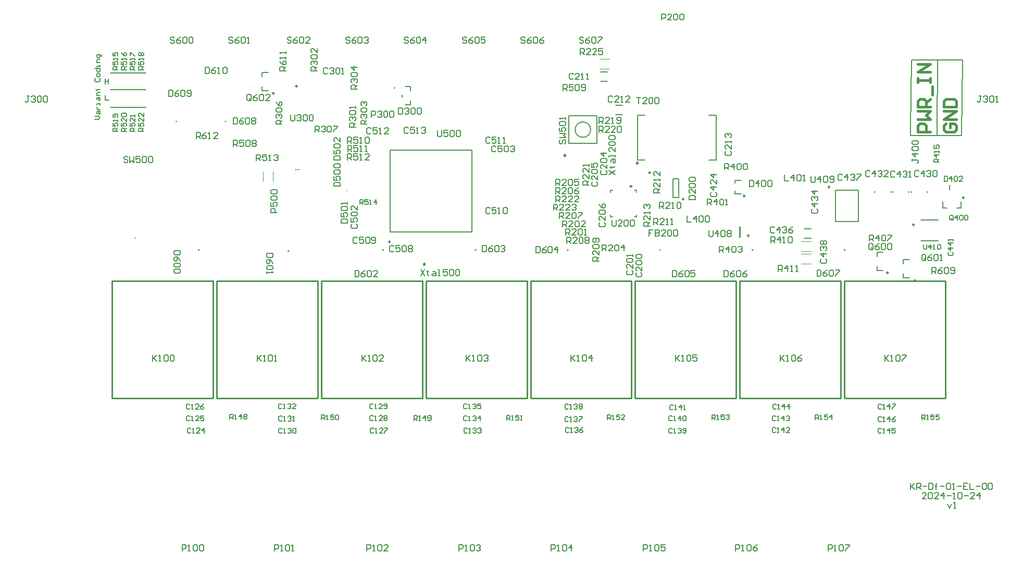
<source format=gbr>
%TF.GenerationSoftware,Altium Limited,Altium Designer,23.11.1 (41)*%
G04 Layer_Color=65535*
%FSLAX45Y45*%
%MOMM*%
%TF.SameCoordinates,42F4153E-1698-40C0-8701-72EE62771F10*%
%TF.FilePolarity,Positive*%
%TF.FileFunction,Legend,Top*%
%TF.Part,Single*%
G01*
G75*
%TA.AperFunction,NonConductor*%
%ADD100C,0.25400*%
%ADD101C,0.25000*%
%ADD102C,0.12700*%
%ADD103C,0.30000*%
%ADD104C,0.50000*%
%ADD105C,0.10000*%
%ADD106C,0.20000*%
%ADD107C,0.40000*%
D100*
X10636882Y5906142D02*
G03*
X10636882Y5906142I-5385J0D01*
G01*
X2773888Y7993858D02*
G03*
X2773888Y7993858I-5385J0D01*
G01*
X3573888D02*
G03*
X3573888Y7993858I-5385J0D01*
G01*
X13636882Y5906142D02*
G03*
X13636882Y5906142I-5385J0D01*
G01*
X12136882D02*
G03*
X12136882Y5906142I-5385J0D01*
G01*
X9136882D02*
G03*
X9136882Y5906142I-5385J0D01*
G01*
X7636882D02*
G03*
X7636882Y5906142I-5385J0D01*
G01*
X6136882D02*
G03*
X6136882Y5906142I-5385J0D01*
G01*
X4595385Y5890000D02*
G03*
X4595385Y5890000I-5385J0D01*
G01*
X3136882Y5906142D02*
G03*
X3136882Y5906142I-5385J0D01*
G01*
X13630000Y3500000D02*
X15270000D01*
X13630000Y5400000D02*
X15270000D01*
X13630000Y3500000D02*
Y5400000D01*
X15270000Y3500000D02*
Y5400000D01*
X11930000Y3500000D02*
X13570000D01*
X11930000Y5400000D02*
X13570000D01*
X11930000Y3500000D02*
Y5400000D01*
X13570000Y3500000D02*
Y5400000D01*
X10230000Y3500000D02*
X11870000D01*
X10230000Y5400000D02*
X11870000D01*
X10230000Y3500000D02*
Y5400000D01*
X11870000Y3500000D02*
Y5400000D01*
X8530000Y3500000D02*
X10170000D01*
X8530000Y5400000D02*
X10170000D01*
X8530000Y3500000D02*
Y5400000D01*
X10170000Y3500000D02*
Y5400000D01*
X6830000Y3500000D02*
X8470000D01*
X6830000Y5400000D02*
X8470000D01*
X6830000Y3500000D02*
Y5400000D01*
X8470000Y3500000D02*
Y5400000D01*
X5130000Y3500000D02*
X6770000D01*
X5130000Y5400000D02*
X6770000D01*
X5130000Y3500000D02*
Y5400000D01*
X6770000Y3500000D02*
Y5400000D01*
X3430000Y3500000D02*
X5070000D01*
X3430000Y5400000D02*
X5070000D01*
X3430000Y3500000D02*
Y5400000D01*
X5070000Y3500000D02*
Y5400000D01*
X1730000Y3500000D02*
X3370000D01*
X1730000Y5400000D02*
X3370000D01*
X1730000Y3500000D02*
Y5400000D01*
X3370000Y3500000D02*
Y5400000D01*
D101*
X15577509Y6755566D02*
G03*
X15577509Y6755566I-12500J0D01*
G01*
X14767453Y6315500D02*
G03*
X14767453Y6315500I-12500J0D01*
G01*
X12082500Y6140000D02*
G03*
X12082500Y6140000I-12500J0D01*
G01*
X10477500Y7163000D02*
G03*
X10477500Y7163000I-12500J0D01*
G01*
X12012500Y6785000D02*
G03*
X12012500Y6785000I-12500J0D01*
G01*
X13392500Y6927500D02*
G03*
X13392500Y6927500I-12500J0D01*
G01*
X10174300Y6939680D02*
G03*
X10174300Y6939680I-12500J0D01*
G01*
X4736322Y8567000D02*
G03*
X4736322Y8567000I-12500J0D01*
G01*
X6247500Y6037500D02*
G03*
X6247500Y6037500I-12500J0D01*
G01*
X11022500Y6732500D02*
G03*
X11022500Y6732500I-12500J0D01*
G01*
X4362500Y8450000D02*
G03*
X4362500Y8450000I-12500J0D01*
G01*
X14342500Y5535000D02*
G03*
X14342500Y5535000I-12500J0D01*
G01*
X14787500Y5410000D02*
G03*
X14787500Y5410000I-12500J0D01*
G01*
D102*
X9505014Y7860003D02*
G03*
X9505014Y7860003I-125000J0D01*
G01*
X9155014Y7635003D02*
Y8085003D01*
X9605014D01*
Y7635003D02*
Y8085003D01*
X9155014Y7635003D02*
X9605014D01*
D103*
X9099014Y7440003D02*
G03*
X9099014Y7440003I-12000J0D01*
G01*
D104*
X6802500Y5672500D02*
G03*
X6802500Y5672500I-2500J0D01*
G01*
X10265000Y7317500D02*
G03*
X10265000Y7317500I-2500J0D01*
G01*
D105*
X5577500Y7345500D02*
G03*
X5577500Y7345500I-5000J0D01*
G01*
X5492500Y7064500D02*
G03*
X5492500Y7064500I-5000J0D01*
G01*
X5547500Y6865500D02*
G03*
X5547500Y6865500I-5000J0D01*
G01*
X4014500Y8549000D02*
G03*
X4014500Y8549000I-5000J0D01*
G01*
X12925000Y5885000D02*
X13085001D01*
X12925000Y6045000D02*
X13085001D01*
X12925000Y5680000D02*
X13085001D01*
X12925000Y5840000D02*
X13085001D01*
X4340000Y7020000D02*
Y7180000D01*
X4180000Y7020000D02*
Y7180000D01*
X9650000Y9010000D02*
X9810000D01*
X9650000Y8850000D02*
X9810000D01*
X4708000Y7225499D02*
Y7205506D01*
Y7215502D01*
X4767981D01*
X4757984Y7225499D01*
D106*
X6326463Y8537870D02*
G03*
X6326463Y8537870I-7536J0D01*
G01*
X2100000Y6100000D02*
G03*
X2110000Y6100000I5000J0D01*
G01*
D02*
G03*
X2100000Y6100000I-5000J0D01*
G01*
X15530008Y6585566D02*
Y6685566D01*
X15460008Y6585566D02*
X15530008D01*
X15230008D02*
Y6685566D01*
Y6585566D02*
X15300008D01*
X15342000Y6884000D02*
Y6956000D01*
X14875262Y6050500D02*
X15155263D01*
X14875262Y6390500D02*
X15155263D01*
X1700000Y8510000D02*
X2280000D01*
X1700000Y8780000D02*
X2280000D01*
X1700000Y8220000D02*
X2280000D01*
X15148775Y8990452D02*
X15548595D01*
X14718774D02*
X15148775D01*
X14708595Y7760452D02*
Y7850452D01*
X15138596Y7760452D02*
Y7850452D01*
Y7760452D02*
X15538596D01*
X14708595D02*
X15138596D01*
Y7850452D02*
X15148775Y8990452D01*
X14708595Y7850452D02*
X14718774Y8990452D01*
X15538596Y7760452D02*
X15549577Y8990443D01*
X11924987Y6114997D02*
Y6284997D01*
X11934987Y6114997D02*
Y6284997D01*
X11924987D02*
X11934987D01*
X11924987Y6114997D02*
X11934987D01*
X10268500Y7368000D02*
Y8092000D01*
X11430000D02*
X11551500D01*
X10268500D02*
X10390000D01*
X11551500Y7368000D02*
Y8092000D01*
X11430000Y7368000D02*
X11551500D01*
X10268500D02*
X10390000D01*
X9915000Y8255000D02*
X10025000D01*
X9915000Y8105000D02*
X10025000D01*
X11852498Y6820011D02*
X11952498D01*
X11852498D02*
Y6865011D01*
Y7040011D02*
X11952498D01*
X11852498Y6995011D02*
Y7040011D01*
X12975000Y6095000D02*
X13085001D01*
X12975000Y6245000D02*
X13085001D01*
X13485001Y6367500D02*
X13855000D01*
X13485001Y6877500D02*
X13855000D01*
Y6367500D02*
Y6877500D01*
X13485001Y6367500D02*
Y6877500D01*
X10220000Y6875000D02*
X10255000D01*
Y6840000D02*
Y6875000D01*
Y6445000D02*
Y6480000D01*
X10220000Y6445000D02*
X10255000D01*
X9825000D02*
X9860000D01*
X9825000D02*
Y6480000D01*
Y6875000D02*
X9860000D01*
X9825000Y6840000D02*
Y6875000D01*
X6490000Y8560000D02*
X6580000D01*
Y8260000D02*
Y8330000D01*
Y8490000D02*
Y8560000D01*
X6490000Y8260000D02*
X6580000D01*
X6440000Y8395000D02*
Y8425000D01*
X6245000Y6195000D02*
Y7525000D01*
X7575000D01*
Y6195000D02*
Y7525000D01*
X6245000Y6195000D02*
X7575000D01*
X10845000Y6755000D02*
Y7065000D01*
X10935000Y6755000D02*
Y7065000D01*
X10845000D02*
X10935000D01*
X10845000Y6755000D02*
X10935000D01*
X4165000Y8490000D02*
X4265000D01*
X4165000D02*
Y8560000D01*
Y8790000D02*
X4265000D01*
X4165000Y8720000D02*
Y8790000D01*
X9665000Y8645000D02*
X9775000D01*
X9665000Y8795000D02*
X9775000D01*
X14160001Y5800000D02*
Y5870000D01*
X14260001D01*
X14160001Y5570000D02*
Y5640000D01*
Y5570000D02*
X14260001D01*
X14589999Y5680000D02*
Y5750000D01*
X14689999D01*
X14589999Y5450000D02*
Y5520000D01*
Y5450000D02*
X14689999D01*
X14720000Y6840000D02*
Y6860000D01*
X14980000Y6840000D02*
Y6860000D01*
X14420000Y6840000D02*
Y6860000D01*
X14680000Y6840000D02*
Y6860000D01*
X14120000Y6840000D02*
Y6860000D01*
X14380000Y6840000D02*
Y6860000D01*
X1619522Y8418358D02*
Y8338384D01*
X1672838D01*
X1617523Y8683295D02*
Y8603320D01*
Y8643308D01*
X1670839D01*
Y8683295D01*
Y8603320D01*
X1449951Y8026093D02*
X1503267D01*
X1529925Y8052751D01*
X1503267Y8079409D01*
X1449951D01*
X1476609Y8119396D02*
Y8146054D01*
X1489938Y8159383D01*
X1529925D01*
Y8119396D01*
X1516596Y8106067D01*
X1503267Y8119396D01*
Y8159383D01*
X1476609Y8186041D02*
X1529925D01*
X1503267D01*
X1489938Y8199370D01*
X1476609Y8212699D01*
Y8226029D01*
X1529925Y8266015D02*
Y8292674D01*
Y8279345D01*
X1476609D01*
Y8266015D01*
Y8345990D02*
Y8372648D01*
X1489938Y8385977D01*
X1529925D01*
Y8345990D01*
X1516596Y8332661D01*
X1503267Y8345990D01*
Y8385977D01*
X1529925Y8412635D02*
X1476609D01*
Y8452622D01*
X1489938Y8465951D01*
X1529925D01*
X1463280Y8505938D02*
X1476609D01*
Y8492609D01*
Y8519267D01*
Y8505938D01*
X1516596D01*
X1529925Y8519267D01*
X1463280Y8692545D02*
X1449951Y8679216D01*
Y8652558D01*
X1463280Y8639229D01*
X1516596D01*
X1529925Y8652558D01*
Y8679216D01*
X1516596Y8692545D01*
X1529925Y8732532D02*
Y8759190D01*
X1516596Y8772519D01*
X1489938D01*
X1476609Y8759190D01*
Y8732532D01*
X1489938Y8719203D01*
X1516596D01*
X1529925Y8732532D01*
X1449951Y8852493D02*
X1529925D01*
Y8812506D01*
X1516596Y8799177D01*
X1489938D01*
X1476609Y8812506D01*
Y8852493D01*
X1529925Y8879151D02*
Y8905809D01*
Y8892480D01*
X1476609D01*
Y8879151D01*
X1529925Y8945796D02*
X1476609D01*
Y8985784D01*
X1489938Y8999113D01*
X1529925D01*
X1556583Y9052429D02*
Y9065758D01*
X1543254Y9079087D01*
X1476609D01*
Y9039100D01*
X1489938Y9025771D01*
X1516596D01*
X1529925Y9039100D01*
Y9079087D01*
X14963251Y1865000D02*
X14896605D01*
X14963251Y1931645D01*
Y1948306D01*
X14946590Y1964968D01*
X14913266D01*
X14896605Y1948306D01*
X14996571D02*
X15013234Y1964968D01*
X15046556D01*
X15063219Y1948306D01*
Y1881661D01*
X15046556Y1865000D01*
X15013234D01*
X14996571Y1881661D01*
Y1948306D01*
X15163185Y1865000D02*
X15096539D01*
X15163185Y1931645D01*
Y1948306D01*
X15146524Y1964968D01*
X15113202D01*
X15096539Y1948306D01*
X15246492Y1865000D02*
Y1964968D01*
X15196507Y1914984D01*
X15263153D01*
X15296477D02*
X15363121D01*
X15396445Y1865000D02*
X15429765D01*
X15413104D01*
Y1964968D01*
X15396445Y1948306D01*
X15479750D02*
X15496411Y1964968D01*
X15529733D01*
X15546394Y1948306D01*
Y1881661D01*
X15529733Y1865000D01*
X15496411D01*
X15479750Y1881661D01*
Y1948306D01*
X15579718Y1914984D02*
X15646362D01*
X15746330Y1865000D02*
X15679686D01*
X15746330Y1931645D01*
Y1948306D01*
X15729671Y1964968D01*
X15696347D01*
X15679686Y1948306D01*
X15829637Y1865000D02*
Y1964968D01*
X15779652Y1914984D01*
X15846300D01*
X14705000Y2114968D02*
Y2015000D01*
Y2048323D01*
X14771645Y2114968D01*
X14721661Y2064984D01*
X14771645Y2015000D01*
X14804968D02*
Y2114968D01*
X14854951D01*
X14871613Y2098306D01*
Y2064984D01*
X14854951Y2048323D01*
X14804968D01*
X14838290D02*
X14871613Y2015000D01*
X14904935Y2064984D02*
X14971581D01*
X15004903Y2114968D02*
Y2015000D01*
X15054887D01*
X15071548Y2031661D01*
Y2098306D01*
X15054887Y2114968D01*
X15004903D01*
X15121532Y2015000D02*
Y2098306D01*
Y2064984D01*
X15104871D01*
X15138193D01*
X15121532D01*
Y2098306D01*
X15138193Y2114968D01*
X15188177Y2064984D02*
X15254822D01*
X15288145Y2098306D02*
X15304807Y2114968D01*
X15338129D01*
X15354790Y2098306D01*
Y2031661D01*
X15338129Y2015000D01*
X15304807D01*
X15288145Y2031661D01*
Y2098306D01*
X15388113Y2015000D02*
X15421436D01*
X15404774D01*
Y2114968D01*
X15388113Y2098306D01*
X15471419Y2064984D02*
X15538065D01*
X15638033Y2114968D02*
X15571387D01*
Y2015000D01*
X15638033D01*
X15571387Y2064984D02*
X15604710D01*
X15671355Y2114968D02*
Y2015000D01*
X15738000D01*
X15771323Y2064984D02*
X15837968D01*
X15871291Y2098306D02*
X15887952Y2114968D01*
X15921274D01*
X15937936Y2098306D01*
Y2031661D01*
X15921274Y2015000D01*
X15887952D01*
X15871291Y2031661D01*
Y2098306D01*
X15971259D02*
X15987920Y2114968D01*
X16021242D01*
X16037903Y2098306D01*
Y2031661D01*
X16021242Y2015000D01*
X15987920D01*
X15971259Y2031661D01*
Y2098306D01*
X15304807Y1776645D02*
X15338129Y1710000D01*
X15371452Y1776645D01*
X15404774Y1710000D02*
X15438097D01*
X15421436D01*
Y1809968D01*
X15404774Y1793307D01*
X5026726Y7820016D02*
Y7919984D01*
X5076710D01*
X5093371Y7903323D01*
Y7870000D01*
X5076710Y7853339D01*
X5026726D01*
X5060048D02*
X5093371Y7820016D01*
X5126694Y7903323D02*
X5143355Y7919984D01*
X5176677D01*
X5193339Y7903323D01*
Y7886661D01*
X5176677Y7870000D01*
X5160016D01*
X5176677D01*
X5193339Y7853339D01*
Y7836677D01*
X5176677Y7820016D01*
X5143355D01*
X5126694Y7836677D01*
X5226661Y7903323D02*
X5243323Y7919984D01*
X5276645D01*
X5293306Y7903323D01*
Y7836677D01*
X5276645Y7820016D01*
X5243323D01*
X5226661Y7836677D01*
Y7903323D01*
X5326629Y7919984D02*
X5393274D01*
Y7903323D01*
X5326629Y7836677D01*
Y7820016D01*
X15170644Y7329149D02*
X15090669D01*
Y7369136D01*
X15103998Y7382465D01*
X15130656D01*
X15143985Y7369136D01*
Y7329149D01*
Y7355807D02*
X15170644Y7382465D01*
Y7449110D02*
X15090669D01*
X15130656Y7409123D01*
Y7462439D01*
X15170644Y7489097D02*
Y7515755D01*
Y7502426D01*
X15090669D01*
X15103998Y7489097D01*
X15090669Y7609059D02*
Y7555743D01*
X15130656D01*
X15117326Y7582401D01*
Y7595730D01*
X15130656Y7609059D01*
X15157314D01*
X15170644Y7595730D01*
Y7569072D01*
X15157314Y7555743D01*
X15396696Y6403342D02*
Y6456658D01*
X15383368Y6469987D01*
X15356709D01*
X15343381Y6456658D01*
Y6403342D01*
X15356709Y6390013D01*
X15383368D01*
X15370039Y6416671D02*
X15396696Y6390013D01*
X15383368D02*
X15396696Y6403342D01*
X15463342Y6390013D02*
Y6469987D01*
X15423355Y6430000D01*
X15476671D01*
X15503329Y6456658D02*
X15516658Y6469987D01*
X15543317D01*
X15556645Y6456658D01*
Y6403342D01*
X15543317Y6390013D01*
X15516658D01*
X15503329Y6403342D01*
Y6456658D01*
X15583302D02*
X15596632Y6469987D01*
X15623291D01*
X15636620Y6456658D01*
Y6403342D01*
X15623291Y6390013D01*
X15596632D01*
X15583302Y6403342D01*
Y6456658D01*
X15255069Y7100872D02*
Y7020898D01*
X15295056D01*
X15308385Y7034227D01*
Y7087543D01*
X15295056Y7100872D01*
X15255069D01*
X15375031Y7020898D02*
Y7100872D01*
X15335043Y7060885D01*
X15388359D01*
X15415018Y7087543D02*
X15428346Y7100872D01*
X15455005D01*
X15468333Y7087543D01*
Y7034227D01*
X15455005Y7020898D01*
X15428346D01*
X15415018Y7034227D01*
Y7087543D01*
X15548308Y7020898D02*
X15494992D01*
X15548308Y7074214D01*
Y7087543D01*
X15534979Y7100872D01*
X15508321D01*
X15494992Y7087543D01*
X14917088Y5995001D02*
Y5928356D01*
X14930417Y5915027D01*
X14957076D01*
X14970404Y5928356D01*
Y5995001D01*
X15037048Y5915027D02*
Y5995001D01*
X14997063Y5955014D01*
X15050378D01*
X15077036Y5915027D02*
X15103694D01*
X15090366D01*
Y5995001D01*
X15077036Y5981672D01*
X15143681D02*
X15157011Y5995001D01*
X15183669D01*
X15196999Y5981672D01*
Y5928356D01*
X15183669Y5915027D01*
X15157011D01*
X15143681Y5928356D01*
Y5981672D01*
X15329857Y5870020D02*
X15316528Y5856691D01*
Y5830033D01*
X15329857Y5816704D01*
X15383173D01*
X15396503Y5830033D01*
Y5856691D01*
X15383173Y5870020D01*
X15396503Y5936665D02*
X15316528D01*
X15356516Y5896678D01*
Y5949994D01*
X15396503Y6016639D02*
X15316528D01*
X15356516Y5976652D01*
Y6029968D01*
X15396503Y6056626D02*
Y6083285D01*
Y6069956D01*
X15316528D01*
X15329857Y6056626D01*
X2239987Y7833381D02*
X2160013D01*
Y7873368D01*
X2173342Y7886697D01*
X2200000D01*
X2213329Y7873368D01*
Y7833381D01*
Y7860039D02*
X2239987Y7886697D01*
X2160013Y7966671D02*
Y7913355D01*
X2200000D01*
X2186671Y7940013D01*
Y7953342D01*
X2200000Y7966671D01*
X2226658D01*
X2239987Y7953342D01*
Y7926684D01*
X2226658Y7913355D01*
X2239987Y8046645D02*
Y7993329D01*
X2186671Y8046645D01*
X2173342D01*
X2160013Y8033316D01*
Y8006658D01*
X2173342Y7993329D01*
X2239987Y8126620D02*
Y8073303D01*
X2186671Y8126620D01*
X2173342D01*
X2160013Y8113291D01*
Y8086633D01*
X2173342Y8073303D01*
X2099987Y7833381D02*
X2020012D01*
Y7873368D01*
X2033341Y7886697D01*
X2059999D01*
X2073329Y7873368D01*
Y7833381D01*
Y7860039D02*
X2099987Y7886697D01*
X2020012Y7966671D02*
Y7913355D01*
X2059999D01*
X2046671Y7940013D01*
Y7953342D01*
X2059999Y7966671D01*
X2086657D01*
X2099987Y7953342D01*
Y7926684D01*
X2086657Y7913355D01*
X2099987Y8046646D02*
Y7993329D01*
X2046671Y8046646D01*
X2033341D01*
X2020012Y8033317D01*
Y8006659D01*
X2033341Y7993329D01*
X2099987Y8073304D02*
Y8099962D01*
Y8086633D01*
X2020012D01*
X2033341Y8073304D01*
X1959987Y7833381D02*
X1880013D01*
Y7873368D01*
X1893342Y7886697D01*
X1920000D01*
X1933329Y7873368D01*
Y7833381D01*
Y7860039D02*
X1959987Y7886697D01*
X1880013Y7966671D02*
Y7913355D01*
X1920000D01*
X1906671Y7940013D01*
Y7953342D01*
X1920000Y7966671D01*
X1946658D01*
X1959987Y7953342D01*
Y7926684D01*
X1946658Y7913355D01*
X1959987Y8046645D02*
Y7993329D01*
X1906671Y8046645D01*
X1893342D01*
X1880013Y8033316D01*
Y8006658D01*
X1893342Y7993329D01*
Y8073303D02*
X1880013Y8086633D01*
Y8113291D01*
X1893342Y8126620D01*
X1946658D01*
X1959987Y8113291D01*
Y8086633D01*
X1946658Y8073303D01*
X1893342D01*
X1819987Y7833381D02*
X1740013D01*
Y7873368D01*
X1753342Y7886697D01*
X1780000D01*
X1793329Y7873368D01*
Y7833381D01*
Y7860039D02*
X1819987Y7886697D01*
X1740013Y7966671D02*
Y7913355D01*
X1780000D01*
X1766671Y7940013D01*
Y7953342D01*
X1780000Y7966671D01*
X1806658D01*
X1819987Y7953342D01*
Y7926684D01*
X1806658Y7913355D01*
X1819987Y7993329D02*
Y8019987D01*
Y8006658D01*
X1740013D01*
X1753342Y7993329D01*
X1806658Y8059974D02*
X1819987Y8073304D01*
Y8099962D01*
X1806658Y8113291D01*
X1753342D01*
X1740013Y8099962D01*
Y8073304D01*
X1753342Y8059974D01*
X1766671D01*
X1780000Y8073304D01*
Y8113291D01*
X2240123Y8834589D02*
X2160149D01*
Y8874577D01*
X2173478Y8887906D01*
X2200136D01*
X2213465Y8874577D01*
Y8834589D01*
Y8861247D02*
X2240123Y8887906D01*
X2160149Y8967880D02*
Y8914564D01*
X2200136D01*
X2186807Y8941222D01*
Y8954551D01*
X2200136Y8967880D01*
X2226794D01*
X2240123Y8954551D01*
Y8927893D01*
X2226794Y8914564D01*
X2240123Y8994538D02*
Y9021196D01*
Y9007867D01*
X2160149D01*
X2173478Y8994538D01*
Y9061183D02*
X2160149Y9074512D01*
Y9101170D01*
X2173478Y9114499D01*
X2186807D01*
X2200136Y9101170D01*
X2213465Y9114499D01*
X2226794D01*
X2240123Y9101170D01*
Y9074512D01*
X2226794Y9061183D01*
X2213465D01*
X2200136Y9074512D01*
X2186807Y9061183D01*
X2173478D01*
X2200136Y9074512D02*
Y9101170D01*
X2100123Y8834589D02*
X2020149D01*
Y8874577D01*
X2033478Y8887906D01*
X2060136D01*
X2073465Y8874577D01*
Y8834589D01*
Y8861247D02*
X2100123Y8887906D01*
X2020149Y8967880D02*
Y8914564D01*
X2060136D01*
X2046807Y8941222D01*
Y8954551D01*
X2060136Y8967880D01*
X2086794D01*
X2100123Y8954551D01*
Y8927893D01*
X2086794Y8914564D01*
X2100123Y8994538D02*
Y9021196D01*
Y9007867D01*
X2020149D01*
X2033478Y8994538D01*
X2020149Y9061183D02*
Y9114499D01*
X2033478D01*
X2086794Y9061183D01*
X2100123D01*
X1960123Y8834589D02*
X1880149D01*
Y8874577D01*
X1893478Y8887906D01*
X1920136D01*
X1933465Y8874577D01*
Y8834589D01*
Y8861247D02*
X1960123Y8887906D01*
X1880149Y8967880D02*
Y8914564D01*
X1920136D01*
X1906807Y8941222D01*
Y8954551D01*
X1920136Y8967880D01*
X1946794D01*
X1960123Y8954551D01*
Y8927893D01*
X1946794Y8914564D01*
X1960123Y8994538D02*
Y9021196D01*
Y9007867D01*
X1880149D01*
X1893478Y8994538D01*
X1880149Y9114499D02*
X1893478Y9087841D01*
X1920136Y9061183D01*
X1946794D01*
X1960123Y9074512D01*
Y9101170D01*
X1946794Y9114499D01*
X1933465D01*
X1920136Y9101170D01*
Y9061183D01*
X1820123Y8834589D02*
X1740149D01*
Y8874577D01*
X1753478Y8887906D01*
X1780136D01*
X1793465Y8874577D01*
Y8834589D01*
Y8861247D02*
X1820123Y8887906D01*
X1740149Y8967880D02*
Y8914564D01*
X1780136D01*
X1766807Y8941222D01*
Y8954551D01*
X1780136Y8967880D01*
X1806794D01*
X1820123Y8954551D01*
Y8927893D01*
X1806794Y8914564D01*
X1820123Y8994538D02*
Y9021196D01*
Y9007867D01*
X1740149D01*
X1753478Y8994538D01*
X1740149Y9114499D02*
Y9061183D01*
X1780136D01*
X1766807Y9087841D01*
Y9101170D01*
X1780136Y9114499D01*
X1806794D01*
X1820123Y9101170D01*
Y9074512D01*
X1806794Y9061183D01*
X14890045Y3150013D02*
Y3229987D01*
X14930032D01*
X14943361Y3216658D01*
Y3190000D01*
X14930032Y3176671D01*
X14890045D01*
X14916702D02*
X14943361Y3150013D01*
X14970020D02*
X14996677D01*
X14983348D01*
Y3229987D01*
X14970020Y3216658D01*
X15089981Y3229987D02*
X15036665D01*
Y3190000D01*
X15063322Y3203329D01*
X15076653D01*
X15089981Y3190000D01*
Y3163342D01*
X15076653Y3150013D01*
X15049994D01*
X15036665Y3163342D01*
X15169955Y3229987D02*
X15116640D01*
Y3190000D01*
X15143297Y3203329D01*
X15156625D01*
X15169955Y3190000D01*
Y3163342D01*
X15156625Y3150013D01*
X15129968D01*
X15116640Y3163342D01*
X13159698Y3148309D02*
Y3228284D01*
X13199686D01*
X13213014Y3214955D01*
Y3188297D01*
X13199686Y3174967D01*
X13159698D01*
X13186356D02*
X13213014Y3148309D01*
X13239671D02*
X13266330D01*
X13253001D01*
Y3228284D01*
X13239671Y3214955D01*
X13359633Y3228284D02*
X13306317D01*
Y3188297D01*
X13332974Y3201626D01*
X13346304D01*
X13359633Y3188297D01*
Y3161639D01*
X13346304Y3148309D01*
X13319646D01*
X13306317Y3161639D01*
X13426279Y3148309D02*
Y3228284D01*
X13386292Y3188297D01*
X13439607D01*
X11480045Y3150013D02*
Y3229987D01*
X11520032D01*
X11533361Y3216658D01*
Y3190000D01*
X11520032Y3176671D01*
X11480045D01*
X11506703D02*
X11533361Y3150013D01*
X11560019D02*
X11586677D01*
X11573348D01*
Y3229987D01*
X11560019Y3216658D01*
X11679981Y3229987D02*
X11626665D01*
Y3190000D01*
X11653323Y3203329D01*
X11666652D01*
X11679981Y3190000D01*
Y3163342D01*
X11666652Y3150013D01*
X11639994D01*
X11626665Y3163342D01*
X11706639Y3216658D02*
X11719968Y3229987D01*
X11746626D01*
X11759955Y3216658D01*
Y3203329D01*
X11746626Y3190000D01*
X11733297D01*
X11746626D01*
X11759955Y3176671D01*
Y3163342D01*
X11746626Y3150013D01*
X11719968D01*
X11706639Y3163342D01*
X9780045Y3150013D02*
Y3229987D01*
X9820032D01*
X9833361Y3216658D01*
Y3190000D01*
X9820032Y3176671D01*
X9780045D01*
X9806703D02*
X9833361Y3150013D01*
X9860019D02*
X9886677D01*
X9873349D01*
Y3229987D01*
X9860019Y3216658D01*
X9979981Y3229987D02*
X9926665D01*
Y3190000D01*
X9953323Y3203329D01*
X9966652D01*
X9979981Y3190000D01*
Y3163342D01*
X9966652Y3150013D01*
X9939994D01*
X9926665Y3163342D01*
X10059955Y3150013D02*
X10006639D01*
X10059955Y3203329D01*
Y3216658D01*
X10046626Y3229987D01*
X10019968D01*
X10006639Y3216658D01*
X8140333Y3140057D02*
Y3220031D01*
X8180321D01*
X8193650Y3206702D01*
Y3180044D01*
X8180321Y3166715D01*
X8140333D01*
X8166992D02*
X8193650Y3140057D01*
X8220308D02*
X8246966D01*
X8233637D01*
Y3220031D01*
X8220308Y3206702D01*
X8340269Y3220031D02*
X8286953D01*
Y3180044D01*
X8313611Y3193373D01*
X8326940D01*
X8340269Y3180044D01*
Y3153386D01*
X8326940Y3140057D01*
X8300282D01*
X8286953Y3153386D01*
X8366927Y3140057D02*
X8393585D01*
X8380256D01*
Y3220031D01*
X8366927Y3206702D01*
X5133123Y3145912D02*
Y3225886D01*
X5173110D01*
X5186439Y3212557D01*
Y3185899D01*
X5173110Y3172570D01*
X5133123D01*
X5159781D02*
X5186439Y3145912D01*
X5213097D02*
X5239755D01*
X5226426D01*
Y3225886D01*
X5213097Y3212557D01*
X5333058Y3225886D02*
X5279742D01*
Y3185899D01*
X5306400Y3199228D01*
X5319730D01*
X5333058Y3185899D01*
Y3159241D01*
X5319730Y3145912D01*
X5293071D01*
X5279742Y3159241D01*
X5359716Y3212557D02*
X5373046Y3225886D01*
X5399704D01*
X5413033Y3212557D01*
Y3159241D01*
X5399704Y3145912D01*
X5373046D01*
X5359716Y3159241D01*
Y3212557D01*
X14233360Y3386658D02*
X14220033Y3399987D01*
X14193375D01*
X14180045Y3386658D01*
Y3333342D01*
X14193375Y3320013D01*
X14220033D01*
X14233360Y3333342D01*
X14260019Y3320013D02*
X14286678D01*
X14273349D01*
Y3399987D01*
X14260019Y3386658D01*
X14366652Y3320013D02*
Y3399987D01*
X14326665Y3360000D01*
X14379980D01*
X14406639Y3399987D02*
X14459955D01*
Y3386658D01*
X14406639Y3333342D01*
Y3320013D01*
X14233360Y3186658D02*
X14220033Y3199987D01*
X14193375D01*
X14180045Y3186658D01*
Y3133342D01*
X14193375Y3120013D01*
X14220033D01*
X14233360Y3133342D01*
X14260019Y3120013D02*
X14286678D01*
X14273349D01*
Y3199987D01*
X14260019Y3186658D01*
X14366652Y3120013D02*
Y3199987D01*
X14326665Y3160000D01*
X14379980D01*
X14459955Y3199987D02*
X14433298Y3186658D01*
X14406639Y3160000D01*
Y3133342D01*
X14419968Y3120013D01*
X14446626D01*
X14459955Y3133342D01*
Y3146671D01*
X14446626Y3160000D01*
X14406639D01*
X14231274Y2996345D02*
X14217946Y3009674D01*
X14191289D01*
X14177959Y2996345D01*
Y2943029D01*
X14191289Y2929700D01*
X14217946D01*
X14231274Y2943029D01*
X14257933Y2929700D02*
X14284592D01*
X14271263D01*
Y3009674D01*
X14257933Y2996345D01*
X14364566Y2929700D02*
Y3009674D01*
X14324579Y2969687D01*
X14377895D01*
X14457869Y3009674D02*
X14404553D01*
Y2969687D01*
X14431210Y2983016D01*
X14444540D01*
X14457869Y2969687D01*
Y2943029D01*
X14444540Y2929700D01*
X14417882D01*
X14404553Y2943029D01*
X12523361Y3386658D02*
X12510032Y3399987D01*
X12483374D01*
X12470045Y3386658D01*
Y3333342D01*
X12483374Y3320013D01*
X12510032D01*
X12523361Y3333342D01*
X12550019Y3320013D02*
X12576677D01*
X12563349D01*
Y3399987D01*
X12550019Y3386658D01*
X12656652Y3320013D02*
Y3399987D01*
X12616665Y3360000D01*
X12669981D01*
X12736626Y3320013D02*
Y3399987D01*
X12696639Y3360000D01*
X12749955D01*
X12513361Y3196658D02*
X12500032Y3209987D01*
X12473374D01*
X12460045Y3196658D01*
Y3143342D01*
X12473374Y3130013D01*
X12500032D01*
X12513361Y3143342D01*
X12540019Y3130013D02*
X12566677D01*
X12553349D01*
Y3209987D01*
X12540019Y3196658D01*
X12646652Y3130013D02*
Y3209987D01*
X12606665Y3170000D01*
X12659981D01*
X12686639Y3196658D02*
X12699968Y3209987D01*
X12726626D01*
X12739955Y3196658D01*
Y3183329D01*
X12726626Y3170000D01*
X12713297D01*
X12726626D01*
X12739955Y3156671D01*
Y3143342D01*
X12726626Y3130013D01*
X12699968D01*
X12686639Y3143342D01*
X12513361Y3006658D02*
X12500032Y3019987D01*
X12473374D01*
X12460045Y3006658D01*
Y2953342D01*
X12473374Y2940013D01*
X12500032D01*
X12513361Y2953342D01*
X12540019Y2940013D02*
X12566677D01*
X12553349D01*
Y3019987D01*
X12540019Y3006658D01*
X12646652Y2940013D02*
Y3019987D01*
X12606665Y2980000D01*
X12659981D01*
X12739955Y2940013D02*
X12686639D01*
X12739955Y2993329D01*
Y3006658D01*
X12726626Y3019987D01*
X12699968D01*
X12686639Y3006658D01*
X10846690Y3376658D02*
X10833361Y3389987D01*
X10806703D01*
X10793374Y3376658D01*
Y3323342D01*
X10806703Y3310013D01*
X10833361D01*
X10846690Y3323342D01*
X10873348Y3310013D02*
X10900006D01*
X10886677D01*
Y3389987D01*
X10873348Y3376658D01*
X10979981Y3310013D02*
Y3389987D01*
X10939994Y3350000D01*
X10993310D01*
X11019968Y3310013D02*
X11046626D01*
X11033297D01*
Y3389987D01*
X11019968Y3376658D01*
X10833361Y3196658D02*
X10820032Y3209987D01*
X10793374D01*
X10780045Y3196658D01*
Y3143342D01*
X10793374Y3130013D01*
X10820032D01*
X10833361Y3143342D01*
X10860019Y3130013D02*
X10886677D01*
X10873349D01*
Y3209987D01*
X10860019Y3196658D01*
X10966652Y3130013D02*
Y3209987D01*
X10926665Y3170000D01*
X10979981D01*
X11006639Y3196658D02*
X11019968Y3209987D01*
X11046626D01*
X11059955Y3196658D01*
Y3143342D01*
X11046626Y3130013D01*
X11019968D01*
X11006639Y3143342D01*
Y3196658D01*
X10833361Y2996658D02*
X10820032Y3009987D01*
X10793374D01*
X10780045Y2996658D01*
Y2943342D01*
X10793374Y2930013D01*
X10820032D01*
X10833361Y2943342D01*
X10860019Y2930013D02*
X10886677D01*
X10873349D01*
Y3009987D01*
X10860019Y2996658D01*
X10926665D02*
X10939994Y3009987D01*
X10966652D01*
X10979981Y2996658D01*
Y2983329D01*
X10966652Y2970000D01*
X10953323D01*
X10966652D01*
X10979981Y2956671D01*
Y2943342D01*
X10966652Y2930013D01*
X10939994D01*
X10926665Y2943342D01*
X11006639D02*
X11019968Y2930013D01*
X11046626D01*
X11059955Y2943342D01*
Y2996658D01*
X11046626Y3009987D01*
X11019968D01*
X11006639Y2996658D01*
Y2983329D01*
X11019968Y2970000D01*
X11059955D01*
X9143361Y3386658D02*
X9130033Y3399987D01*
X9103374D01*
X9090045Y3386658D01*
Y3333342D01*
X9103374Y3320013D01*
X9130033D01*
X9143361Y3333342D01*
X9170020Y3320013D02*
X9196678D01*
X9183349D01*
Y3399987D01*
X9170020Y3386658D01*
X9236665D02*
X9249994Y3399987D01*
X9276652D01*
X9289981Y3386658D01*
Y3373329D01*
X9276652Y3360000D01*
X9263323D01*
X9276652D01*
X9289981Y3346671D01*
Y3333342D01*
X9276652Y3320013D01*
X9249994D01*
X9236665Y3333342D01*
X9316639Y3386658D02*
X9329968Y3399987D01*
X9356626D01*
X9369955Y3386658D01*
Y3373329D01*
X9356626Y3360000D01*
X9369955Y3346671D01*
Y3333342D01*
X9356626Y3320013D01*
X9329968D01*
X9316639Y3333342D01*
Y3346671D01*
X9329968Y3360000D01*
X9316639Y3373329D01*
Y3386658D01*
X9329968Y3360000D02*
X9356626D01*
X9143361Y3186658D02*
X9130033Y3199987D01*
X9103374D01*
X9090045Y3186658D01*
Y3133342D01*
X9103374Y3120013D01*
X9130033D01*
X9143361Y3133342D01*
X9170020Y3120013D02*
X9196678D01*
X9183349D01*
Y3199987D01*
X9170020Y3186658D01*
X9236665D02*
X9249994Y3199987D01*
X9276652D01*
X9289981Y3186658D01*
Y3173329D01*
X9276652Y3160000D01*
X9263323D01*
X9276652D01*
X9289981Y3146671D01*
Y3133342D01*
X9276652Y3120013D01*
X9249994D01*
X9236665Y3133342D01*
X9316639Y3199987D02*
X9369955D01*
Y3186658D01*
X9316639Y3133342D01*
Y3120013D01*
X9153361Y3006658D02*
X9140033Y3019987D01*
X9113374D01*
X9100045Y3006658D01*
Y2953342D01*
X9113374Y2940013D01*
X9140033D01*
X9153361Y2953342D01*
X9180019Y2940013D02*
X9206678D01*
X9193349D01*
Y3019987D01*
X9180019Y3006658D01*
X9246665D02*
X9259994Y3019987D01*
X9286652D01*
X9299981Y3006658D01*
Y2993329D01*
X9286652Y2980000D01*
X9273323D01*
X9286652D01*
X9299981Y2966671D01*
Y2953342D01*
X9286652Y2940013D01*
X9259994D01*
X9246665Y2953342D01*
X9379955Y3019987D02*
X9353297Y3006658D01*
X9326639Y2980000D01*
Y2953342D01*
X9339968Y2940013D01*
X9366626D01*
X9379955Y2953342D01*
Y2966671D01*
X9366626Y2980000D01*
X9326639D01*
X7496494Y3393521D02*
X7483165Y3406850D01*
X7456507D01*
X7443178Y3393521D01*
Y3340205D01*
X7456507Y3326875D01*
X7483165D01*
X7496494Y3340205D01*
X7523152Y3326875D02*
X7549810D01*
X7536481D01*
Y3406850D01*
X7523152Y3393521D01*
X7589797D02*
X7603126Y3406850D01*
X7629784D01*
X7643113Y3393521D01*
Y3380192D01*
X7629784Y3366863D01*
X7616455D01*
X7629784D01*
X7643113Y3353534D01*
Y3340205D01*
X7629784Y3326875D01*
X7603126D01*
X7589797Y3340205D01*
X7723087Y3406850D02*
X7669771D01*
Y3366863D01*
X7696429Y3380192D01*
X7709759D01*
X7723087Y3366863D01*
Y3340205D01*
X7709759Y3326875D01*
X7683100D01*
X7669771Y3340205D01*
X7496494Y3197890D02*
X7483165Y3211219D01*
X7456507D01*
X7443178Y3197890D01*
Y3144574D01*
X7456507Y3131245D01*
X7483165D01*
X7496494Y3144574D01*
X7523152Y3131245D02*
X7549810D01*
X7536481D01*
Y3211219D01*
X7523152Y3197890D01*
X7589797D02*
X7603126Y3211219D01*
X7629784D01*
X7643113Y3197890D01*
Y3184561D01*
X7629784Y3171232D01*
X7616455D01*
X7629784D01*
X7643113Y3157903D01*
Y3144574D01*
X7629784Y3131245D01*
X7603126D01*
X7589797Y3144574D01*
X7709759Y3131245D02*
Y3211219D01*
X7669771Y3171232D01*
X7723087D01*
X7500019Y2998734D02*
X7486690Y3012063D01*
X7460032D01*
X7446703Y2998734D01*
Y2945418D01*
X7460032Y2932089D01*
X7486690D01*
X7500019Y2945418D01*
X7526677Y2932089D02*
X7553335D01*
X7540007D01*
Y3012063D01*
X7526677Y2998734D01*
X7593323D02*
X7606652Y3012063D01*
X7633310D01*
X7646639Y2998734D01*
Y2985405D01*
X7633310Y2972076D01*
X7619981D01*
X7633310D01*
X7646639Y2958747D01*
Y2945418D01*
X7633310Y2932089D01*
X7606652D01*
X7593323Y2945418D01*
X7673297Y2998734D02*
X7686626Y3012063D01*
X7713284D01*
X7726613Y2998734D01*
Y2985405D01*
X7713284Y2972076D01*
X7699955D01*
X7713284D01*
X7726613Y2958747D01*
Y2945418D01*
X7713284Y2932089D01*
X7686626D01*
X7673297Y2945418D01*
X4486154Y3391989D02*
X4472825Y3405318D01*
X4446167D01*
X4432838Y3391989D01*
Y3338673D01*
X4446167Y3325344D01*
X4472825D01*
X4486154Y3338673D01*
X4512812Y3325344D02*
X4539470D01*
X4526142D01*
Y3405318D01*
X4512812Y3391989D01*
X4579458D02*
X4592787Y3405318D01*
X4619445D01*
X4632774Y3391989D01*
Y3378660D01*
X4619445Y3365331D01*
X4606116D01*
X4619445D01*
X4632774Y3352002D01*
Y3338673D01*
X4619445Y3325344D01*
X4592787D01*
X4579458Y3338673D01*
X4712748Y3325344D02*
X4659432D01*
X4712748Y3378660D01*
Y3391989D01*
X4699419Y3405318D01*
X4672761D01*
X4659432Y3391989D01*
X4492007Y3195112D02*
X4478678Y3208441D01*
X4452020D01*
X4438691Y3195112D01*
Y3141796D01*
X4452020Y3128467D01*
X4478678D01*
X4492007Y3141796D01*
X4518665Y3128467D02*
X4545323D01*
X4531994D01*
Y3208441D01*
X4518665Y3195112D01*
X4585310D02*
X4598640Y3208441D01*
X4625298D01*
X4638626Y3195112D01*
Y3181783D01*
X4625298Y3168454D01*
X4611968D01*
X4625298D01*
X4638626Y3155125D01*
Y3141796D01*
X4625298Y3128467D01*
X4598640D01*
X4585310Y3141796D01*
X4665285Y3128467D02*
X4691943D01*
X4678614D01*
Y3208441D01*
X4665285Y3195112D01*
X4491138Y2995743D02*
X4477809Y3009071D01*
X4451151D01*
X4437822Y2995743D01*
Y2942426D01*
X4451151Y2929097D01*
X4477809D01*
X4491138Y2942426D01*
X4517796Y2929097D02*
X4544454D01*
X4531126D01*
Y3009071D01*
X4517796Y2995743D01*
X4584442D02*
X4597771Y3009071D01*
X4624429D01*
X4637758Y2995743D01*
Y2982413D01*
X4624429Y2969084D01*
X4611100D01*
X4624429D01*
X4637758Y2955755D01*
Y2942426D01*
X4624429Y2929097D01*
X4597771D01*
X4584442Y2942426D01*
X4664416Y2995743D02*
X4677745Y3009071D01*
X4704403D01*
X4717732Y2995743D01*
Y2942426D01*
X4704403Y2929097D01*
X4677745D01*
X4664416Y2942426D01*
Y2995743D01*
X5971987Y3393519D02*
X5958658Y3406848D01*
X5932000D01*
X5918671Y3393519D01*
Y3340203D01*
X5932000Y3326873D01*
X5958658D01*
X5971987Y3340203D01*
X5998645Y3326873D02*
X6025303D01*
X6011974D01*
Y3406848D01*
X5998645Y3393519D01*
X6118606Y3326873D02*
X6065290D01*
X6118606Y3380190D01*
Y3393519D01*
X6105277Y3406848D01*
X6078619D01*
X6065290Y3393519D01*
X6145264Y3340203D02*
X6158593Y3326873D01*
X6185252D01*
X6198580Y3340203D01*
Y3393519D01*
X6185252Y3406848D01*
X6158593D01*
X6145264Y3393519D01*
Y3380190D01*
X6158593Y3366861D01*
X6198580D01*
X5973750Y3201413D02*
X5960421Y3214742D01*
X5933763D01*
X5920433Y3201413D01*
Y3148097D01*
X5933763Y3134768D01*
X5960421D01*
X5973750Y3148097D01*
X6000408Y3134768D02*
X6027066D01*
X6013737D01*
Y3214742D01*
X6000408Y3201413D01*
X6120369Y3134768D02*
X6067053D01*
X6120369Y3188084D01*
Y3201413D01*
X6107040Y3214742D01*
X6080382D01*
X6067053Y3201413D01*
X6147027D02*
X6160356Y3214742D01*
X6187014D01*
X6200343Y3201413D01*
Y3188084D01*
X6187014Y3174755D01*
X6200343Y3161426D01*
Y3148097D01*
X6187014Y3134768D01*
X6160356D01*
X6147027Y3148097D01*
Y3161426D01*
X6160356Y3174755D01*
X6147027Y3188084D01*
Y3201413D01*
X6160356Y3174755D02*
X6187014D01*
X5980799Y3000495D02*
X5967470Y3013824D01*
X5940812D01*
X5927482Y3000495D01*
Y2947179D01*
X5940812Y2933850D01*
X5967470D01*
X5980799Y2947179D01*
X6007457Y2933850D02*
X6034115D01*
X6020786D01*
Y3013824D01*
X6007457Y3000495D01*
X6127418Y2933850D02*
X6074102D01*
X6127418Y2987166D01*
Y3000495D01*
X6114089Y3013824D01*
X6087431D01*
X6074102Y3000495D01*
X6154076Y3013824D02*
X6207392D01*
Y3000495D01*
X6154076Y2947179D01*
Y2933850D01*
X6634220Y3134768D02*
Y3214742D01*
X6674207D01*
X6687536Y3201413D01*
Y3174755D01*
X6674207Y3161426D01*
X6634220D01*
X6660878D02*
X6687536Y3134768D01*
X6714194D02*
X6740852D01*
X6727524D01*
Y3214742D01*
X6714194Y3201413D01*
X6820827Y3134768D02*
Y3214742D01*
X6780840Y3174755D01*
X6834156D01*
X6860814Y3148097D02*
X6874143Y3134768D01*
X6900801D01*
X6914130Y3148097D01*
Y3201413D01*
X6900801Y3214742D01*
X6874143D01*
X6860814Y3201413D01*
Y3188084D01*
X6874143Y3174755D01*
X6914130D01*
X3642837Y3158372D02*
Y3238346D01*
X3682824D01*
X3696153Y3225017D01*
Y3198359D01*
X3682824Y3185030D01*
X3642837D01*
X3669495D02*
X3696153Y3158372D01*
X3722811D02*
X3749470D01*
X3736141D01*
Y3238346D01*
X3722811Y3225017D01*
X3829444Y3158372D02*
Y3238346D01*
X3789457Y3198359D01*
X3842773D01*
X3869431Y3225017D02*
X3882760Y3238346D01*
X3909418D01*
X3922747Y3225017D01*
Y3211688D01*
X3909418Y3198359D01*
X3922747Y3185030D01*
Y3171701D01*
X3909418Y3158372D01*
X3882760D01*
X3869431Y3171701D01*
Y3185030D01*
X3882760Y3198359D01*
X3869431Y3211688D01*
Y3225017D01*
X3882760Y3198359D02*
X3909418D01*
X2990884Y3387005D02*
X2977555Y3400334D01*
X2950897D01*
X2937568Y3387005D01*
Y3333689D01*
X2950897Y3320360D01*
X2977555D01*
X2990884Y3333689D01*
X3017542Y3320360D02*
X3044200D01*
X3030872D01*
Y3400334D01*
X3017542Y3387005D01*
X3137504Y3320360D02*
X3084188D01*
X3137504Y3373676D01*
Y3387005D01*
X3124175Y3400334D01*
X3097517D01*
X3084188Y3387005D01*
X3217478Y3400334D02*
X3190820Y3387005D01*
X3164162Y3360347D01*
Y3333689D01*
X3177491Y3320360D01*
X3204149D01*
X3217478Y3333689D01*
Y3347018D01*
X3204149Y3360347D01*
X3164162D01*
X2993361Y3196658D02*
X2980032Y3209987D01*
X2953374D01*
X2940045Y3196658D01*
Y3143342D01*
X2953374Y3130013D01*
X2980032D01*
X2993361Y3143342D01*
X3020019Y3130013D02*
X3046677D01*
X3033349D01*
Y3209987D01*
X3020019Y3196658D01*
X3139981Y3130013D02*
X3086665D01*
X3139981Y3183329D01*
Y3196658D01*
X3126652Y3209987D01*
X3099994D01*
X3086665Y3196658D01*
X3219955Y3209987D02*
X3166639D01*
Y3170000D01*
X3193297Y3183329D01*
X3206626D01*
X3219955Y3170000D01*
Y3143342D01*
X3206626Y3130013D01*
X3179968D01*
X3166639Y3143342D01*
X3008329Y3000727D02*
X2995000Y3014056D01*
X2968342D01*
X2955013Y3000727D01*
Y2947411D01*
X2968342Y2934082D01*
X2995000D01*
X3008329Y2947411D01*
X3034987Y2934082D02*
X3061645D01*
X3048316D01*
Y3014056D01*
X3034987Y3000727D01*
X3154948Y2934082D02*
X3101632D01*
X3154948Y2987398D01*
Y3000727D01*
X3141620Y3014056D01*
X3114962D01*
X3101632Y3000727D01*
X3221594Y2934082D02*
Y3014056D01*
X3181607Y2974069D01*
X3234923D01*
X5754847Y6642711D02*
Y6722686D01*
X5794834D01*
X5808163Y6709357D01*
Y6682699D01*
X5794834Y6669369D01*
X5754847D01*
X5781505D02*
X5808163Y6642711D01*
X5888138Y6722686D02*
X5834821D01*
Y6682699D01*
X5861480Y6696028D01*
X5874809D01*
X5888138Y6682699D01*
Y6656041D01*
X5874809Y6642711D01*
X5848151D01*
X5834821Y6656041D01*
X5914796Y6642711D02*
X5941454D01*
X5928125D01*
Y6722686D01*
X5914796Y6709357D01*
X6021428Y6642711D02*
Y6722686D01*
X5981441Y6682699D01*
X6034757D01*
X12556718Y5555016D02*
Y5654984D01*
X12606702D01*
X12623363Y5638322D01*
Y5605000D01*
X12606702Y5588339D01*
X12556718D01*
X12590040D02*
X12623363Y5555016D01*
X12706670D02*
Y5654984D01*
X12656686Y5605000D01*
X12723331D01*
X12756653Y5555016D02*
X12789976D01*
X12773315D01*
Y5654984D01*
X12756653Y5638322D01*
X12839960Y5555016D02*
X12873282D01*
X12856621D01*
Y5654984D01*
X12839960Y5638322D01*
X12435056Y6020016D02*
Y6119984D01*
X12485040D01*
X12501701Y6103323D01*
Y6070000D01*
X12485040Y6053339D01*
X12435056D01*
X12468379D02*
X12501701Y6020016D01*
X12585008D02*
Y6119984D01*
X12535024Y6070000D01*
X12601669D01*
X12634992Y6020016D02*
X12668315D01*
X12651653D01*
Y6119984D01*
X12634992Y6103323D01*
X12718298D02*
X12734960Y6119984D01*
X12768282D01*
X12784943Y6103323D01*
Y6036678D01*
X12768282Y6020016D01*
X12734960D01*
X12718298Y6036678D01*
Y6103323D01*
X14730016Y7383371D02*
Y7350048D01*
Y7366710D01*
X14813322D01*
X14829984Y7350048D01*
Y7333387D01*
X14813322Y7316726D01*
X14829984Y7466677D02*
X14730016D01*
X14779999Y7416694D01*
Y7483339D01*
X14746677Y7516661D02*
X14730016Y7533323D01*
Y7566645D01*
X14746677Y7583306D01*
X14813322D01*
X14829984Y7566645D01*
Y7533323D01*
X14813322Y7516661D01*
X14746677D01*
Y7616629D02*
X14730016Y7633291D01*
Y7666613D01*
X14746677Y7683274D01*
X14813322D01*
X14829984Y7666613D01*
Y7633291D01*
X14813322Y7616629D01*
X14746677D01*
X9016677Y7695048D02*
X9000016Y7678387D01*
Y7645064D01*
X9016677Y7628403D01*
X9033339D01*
X9050000Y7645064D01*
Y7678387D01*
X9066661Y7695048D01*
X9083322D01*
X9099984Y7678387D01*
Y7645064D01*
X9083322Y7628403D01*
X9000016Y7728371D02*
X9099984D01*
X9066661Y7761693D01*
X9099984Y7795016D01*
X9000016D01*
Y7894984D02*
Y7828339D01*
X9050000D01*
X9033339Y7861661D01*
Y7878323D01*
X9050000Y7894984D01*
X9083322D01*
X9099984Y7878323D01*
Y7845000D01*
X9083322Y7828339D01*
X9016677Y7928306D02*
X9000016Y7944968D01*
Y7978290D01*
X9016677Y7994951D01*
X9083322D01*
X9099984Y7978290D01*
Y7944968D01*
X9083322Y7928306D01*
X9016677D01*
X9099984Y8028274D02*
Y8061597D01*
Y8044936D01*
X9000016D01*
X9016677Y8028274D01*
X4075056Y7355016D02*
Y7454984D01*
X4125040D01*
X4141701Y7438322D01*
Y7405000D01*
X4125040Y7388339D01*
X4075056D01*
X4108379D02*
X4141701Y7355016D01*
X4241669Y7454984D02*
X4175024D01*
Y7405000D01*
X4208347Y7421661D01*
X4225008D01*
X4241669Y7405000D01*
Y7371677D01*
X4225008Y7355016D01*
X4191686D01*
X4175024Y7371677D01*
X4274992Y7355016D02*
X4308314D01*
X4291653D01*
Y7454984D01*
X4274992Y7438322D01*
X4358298D02*
X4374960Y7454984D01*
X4408282D01*
X4424943Y7438322D01*
Y7421661D01*
X4408282Y7405000D01*
X4391621D01*
X4408282D01*
X4424943Y7388339D01*
Y7371677D01*
X4408282Y7355016D01*
X4374960D01*
X4358298Y7371677D01*
X5555056Y7370016D02*
Y7469984D01*
X5605040D01*
X5621701Y7453322D01*
Y7420000D01*
X5605040Y7403339D01*
X5555056D01*
X5588379D02*
X5621701Y7370016D01*
X5721669Y7469984D02*
X5655024D01*
Y7420000D01*
X5688347Y7436661D01*
X5705008D01*
X5721669Y7420000D01*
Y7386677D01*
X5705008Y7370016D01*
X5671686D01*
X5655024Y7386677D01*
X5754992Y7370016D02*
X5788315D01*
X5771653D01*
Y7469984D01*
X5754992Y7453322D01*
X5904943Y7370016D02*
X5838298D01*
X5904943Y7436661D01*
Y7453322D01*
X5888282Y7469984D01*
X5854960D01*
X5838298Y7453322D01*
X5558154Y7501532D02*
Y7601499D01*
X5608138D01*
X5624800Y7584838D01*
Y7551516D01*
X5608138Y7534854D01*
X5558154D01*
X5591477D02*
X5624800Y7501532D01*
X5724767Y7601499D02*
X5658122D01*
Y7551516D01*
X5691445Y7568177D01*
X5708106D01*
X5724767Y7551516D01*
Y7518193D01*
X5708106Y7501532D01*
X5674784D01*
X5658122Y7518193D01*
X5758090Y7501532D02*
X5791413D01*
X5774751D01*
Y7601499D01*
X5758090Y7584838D01*
X5841396Y7501532D02*
X5874719D01*
X5858058D01*
Y7601499D01*
X5841396Y7584838D01*
X5556996Y7637412D02*
Y7737380D01*
X5606980D01*
X5623641Y7720719D01*
Y7687396D01*
X5606980Y7670735D01*
X5556996D01*
X5590319D02*
X5623641Y7637412D01*
X5723609Y7737380D02*
X5656964D01*
Y7687396D01*
X5690287Y7704057D01*
X5706948D01*
X5723609Y7687396D01*
Y7654074D01*
X5706948Y7637412D01*
X5673625D01*
X5656964Y7654074D01*
X5756932Y7637412D02*
X5790254D01*
X5773593D01*
Y7737380D01*
X5756932Y7720719D01*
X5840238D02*
X5856900Y7737380D01*
X5890222D01*
X5906883Y7720719D01*
Y7654074D01*
X5890222Y7637412D01*
X5856900D01*
X5840238Y7654074D01*
Y7720719D01*
X9056726Y8495016D02*
Y8594984D01*
X9106709D01*
X9123371Y8578322D01*
Y8545000D01*
X9106709Y8528339D01*
X9056726D01*
X9090048D02*
X9123371Y8495016D01*
X9223338Y8594984D02*
X9156693D01*
Y8545000D01*
X9190016Y8561661D01*
X9206677D01*
X9223338Y8545000D01*
Y8511677D01*
X9206677Y8495016D01*
X9173355D01*
X9156693Y8511677D01*
X9256661Y8578322D02*
X9273323Y8594984D01*
X9306645D01*
X9323306Y8578322D01*
Y8511677D01*
X9306645Y8495016D01*
X9273323D01*
X9256661Y8511677D01*
Y8578322D01*
X9356629Y8511677D02*
X9373290Y8495016D01*
X9406613D01*
X9423274Y8511677D01*
Y8578322D01*
X9406613Y8594984D01*
X9373290D01*
X9356629Y8578322D01*
Y8561661D01*
X9373290Y8545000D01*
X9423274D01*
X4406484Y6514225D02*
X4306517D01*
Y6564209D01*
X4323178Y6580870D01*
X4356501D01*
X4373162Y6564209D01*
Y6514225D01*
X4306517Y6680838D02*
Y6614193D01*
X4356501D01*
X4339839Y6647515D01*
Y6664176D01*
X4356501Y6680838D01*
X4389823D01*
X4406484Y6664176D01*
Y6630854D01*
X4389823Y6614193D01*
X4323178Y6714160D02*
X4306517Y6730822D01*
Y6764144D01*
X4323178Y6780805D01*
X4389823D01*
X4406484Y6764144D01*
Y6730822D01*
X4389823Y6714160D01*
X4323178D01*
Y6814128D02*
X4306517Y6830789D01*
Y6864112D01*
X4323178Y6880773D01*
X4389823D01*
X4406484Y6864112D01*
Y6830789D01*
X4389823Y6814128D01*
X4323178D01*
X5335599Y7364125D02*
X5435567D01*
Y7414109D01*
X5418906Y7430770D01*
X5352261D01*
X5335599Y7414109D01*
Y7364125D01*
Y7530738D02*
Y7464093D01*
X5385583D01*
X5368922Y7497416D01*
Y7514077D01*
X5385583Y7530738D01*
X5418906D01*
X5435567Y7514077D01*
Y7480754D01*
X5418906Y7464093D01*
X5352261Y7564061D02*
X5335599Y7580722D01*
Y7614045D01*
X5352261Y7630706D01*
X5418906D01*
X5435567Y7614045D01*
Y7580722D01*
X5418906Y7564061D01*
X5352261D01*
X5435567Y7730674D02*
Y7664029D01*
X5368922Y7730674D01*
X5352261D01*
X5335599Y7714013D01*
Y7680690D01*
X5352261Y7664029D01*
X5455016Y6343387D02*
X5554984D01*
Y6393371D01*
X5538322Y6410032D01*
X5471677D01*
X5455016Y6393371D01*
Y6343387D01*
Y6510000D02*
Y6443355D01*
X5505000D01*
X5488339Y6476677D01*
Y6493339D01*
X5505000Y6510000D01*
X5538322D01*
X5554984Y6493339D01*
Y6460016D01*
X5538322Y6443355D01*
X5471677Y6543322D02*
X5455016Y6559984D01*
Y6593306D01*
X5471677Y6609967D01*
X5538322D01*
X5554984Y6593306D01*
Y6559984D01*
X5538322Y6543322D01*
X5471677D01*
X5554984Y6643290D02*
Y6676613D01*
Y6659952D01*
X5455016D01*
X5471677Y6643290D01*
X5333754Y6938970D02*
X5433722D01*
Y6988954D01*
X5417061Y7005615D01*
X5350416D01*
X5333754Y6988954D01*
Y6938970D01*
Y7105583D02*
Y7038938D01*
X5383738D01*
X5367077Y7072260D01*
Y7088922D01*
X5383738Y7105583D01*
X5417061D01*
X5433722Y7088922D01*
Y7055599D01*
X5417061Y7038938D01*
X5350416Y7138905D02*
X5333754Y7155567D01*
Y7188889D01*
X5350416Y7205550D01*
X5417061D01*
X5433722Y7188889D01*
Y7155567D01*
X5417061Y7138905D01*
X5350416D01*
Y7238873D02*
X5333754Y7255535D01*
Y7288857D01*
X5350416Y7305518D01*
X5417061D01*
X5433722Y7288857D01*
Y7255535D01*
X5417061Y7238873D01*
X5350416D01*
X11706677Y7511701D02*
X11690016Y7495040D01*
Y7461718D01*
X11706677Y7445056D01*
X11773322D01*
X11789984Y7461718D01*
Y7495040D01*
X11773322Y7511701D01*
X11789984Y7611669D02*
Y7545024D01*
X11723339Y7611669D01*
X11706677D01*
X11690016Y7595008D01*
Y7561685D01*
X11706677Y7545024D01*
X11789984Y7644992D02*
Y7678314D01*
Y7661653D01*
X11690016D01*
X11706677Y7644992D01*
Y7728298D02*
X11690016Y7744960D01*
Y7778282D01*
X11706677Y7794943D01*
X11723339D01*
X11740000Y7778282D01*
Y7761621D01*
Y7778282D01*
X11756661Y7794943D01*
X11773322D01*
X11789984Y7778282D01*
Y7744960D01*
X11773322Y7728298D01*
X13091727Y7099984D02*
Y7016678D01*
X13108388Y7000016D01*
X13141710D01*
X13158371Y7016678D01*
Y7099984D01*
X13241678Y7000016D02*
Y7099984D01*
X13191695Y7050000D01*
X13258339D01*
X13291663Y7083323D02*
X13308324Y7099984D01*
X13341644D01*
X13358307Y7083323D01*
Y7016678D01*
X13341644Y7000016D01*
X13308324D01*
X13291663Y7016678D01*
Y7083323D01*
X13391629Y7016678D02*
X13408292Y7000016D01*
X13441612D01*
X13458273Y7016678D01*
Y7083323D01*
X13441612Y7099984D01*
X13408292D01*
X13391629Y7083323D01*
Y7066661D01*
X13408292Y7050000D01*
X13458273D01*
X8901726Y6550016D02*
Y6649984D01*
X8951710D01*
X8968371Y6633323D01*
Y6600000D01*
X8951710Y6583339D01*
X8901726D01*
X8935048D02*
X8968371Y6550016D01*
X9068339D02*
X9001694D01*
X9068339Y6616661D01*
Y6633323D01*
X9051678Y6649984D01*
X9018355D01*
X9001694Y6633323D01*
X9168307Y6550016D02*
X9101662D01*
X9168307Y6616661D01*
Y6633323D01*
X9151645Y6649984D01*
X9118323D01*
X9101662Y6633323D01*
X9201629D02*
X9218291Y6649984D01*
X9251613D01*
X9268274Y6633323D01*
Y6616661D01*
X9251613Y6600000D01*
X9234952D01*
X9251613D01*
X9268274Y6583339D01*
Y6566677D01*
X9251613Y6550016D01*
X9218291D01*
X9201629Y6566677D01*
X9479984Y6963387D02*
X9380016D01*
Y7013371D01*
X9396677Y7030032D01*
X9430000D01*
X9446661Y7013371D01*
Y6963387D01*
Y6996709D02*
X9479984Y7030032D01*
Y7130000D02*
Y7063355D01*
X9413339Y7130000D01*
X9396677D01*
X9380016Y7113339D01*
Y7080016D01*
X9396677Y7063355D01*
X9479984Y7229968D02*
Y7163322D01*
X9413339Y7229968D01*
X9396677D01*
X9380016Y7213306D01*
Y7179984D01*
X9396677Y7163322D01*
X9479984Y7263290D02*
Y7296613D01*
Y7279952D01*
X9380016D01*
X9396677Y7263290D01*
X8941726Y6685016D02*
Y6784984D01*
X8991710D01*
X9008371Y6768323D01*
Y6735000D01*
X8991710Y6718339D01*
X8941726D01*
X8975048D02*
X9008371Y6685016D01*
X9108339D02*
X9041694D01*
X9108339Y6751661D01*
Y6768323D01*
X9091678Y6784984D01*
X9058355D01*
X9041694Y6768323D01*
X9208306Y6685016D02*
X9141661D01*
X9208306Y6751661D01*
Y6768323D01*
X9191645Y6784984D01*
X9158323D01*
X9141661Y6768323D01*
X9308274Y6685016D02*
X9241629D01*
X9308274Y6751661D01*
Y6768323D01*
X9291613Y6784984D01*
X9258291D01*
X9241629Y6768323D01*
X9116726Y6015016D02*
Y6114984D01*
X9166710D01*
X9183371Y6098323D01*
Y6065000D01*
X9166710Y6048339D01*
X9116726D01*
X9150048D02*
X9183371Y6015016D01*
X9283339D02*
X9216694D01*
X9283339Y6081661D01*
Y6098323D01*
X9266677Y6114984D01*
X9233355D01*
X9216694Y6098323D01*
X9316661D02*
X9333323Y6114984D01*
X9366645D01*
X9383306Y6098323D01*
Y6031678D01*
X9366645Y6015016D01*
X9333323D01*
X9316661Y6031678D01*
Y6098323D01*
X9416629D02*
X9433291Y6114984D01*
X9466613D01*
X9483274Y6098323D01*
Y6081661D01*
X9466613Y6065000D01*
X9483274Y6048339D01*
Y6031678D01*
X9466613Y6015016D01*
X9433291D01*
X9416629Y6031678D01*
Y6048339D01*
X9433291Y6065000D01*
X9416629Y6081661D01*
Y6098323D01*
X9433291Y6065000D02*
X9466613D01*
X9336697Y9076926D02*
Y9176894D01*
X9386680D01*
X9403342Y9160232D01*
Y9126910D01*
X9386680Y9110248D01*
X9336697D01*
X9370019D02*
X9403342Y9076926D01*
X9503309D02*
X9436664D01*
X9503309Y9143571D01*
Y9160232D01*
X9486648Y9176894D01*
X9453326D01*
X9436664Y9160232D01*
X9603277Y9076926D02*
X9536632D01*
X9603277Y9143571D01*
Y9160232D01*
X9586616Y9176894D01*
X9553294D01*
X9536632Y9160232D01*
X9703245Y9176894D02*
X9636600D01*
Y9126910D01*
X9669922Y9143571D01*
X9686584D01*
X9703245Y9126910D01*
Y9093587D01*
X9686584Y9076926D01*
X9653261D01*
X9636600Y9093587D01*
X14036726Y6050016D02*
Y6149984D01*
X14086710D01*
X14103371Y6133323D01*
Y6100000D01*
X14086710Y6083339D01*
X14036726D01*
X14070049D02*
X14103371Y6050016D01*
X14186678D02*
Y6149984D01*
X14136694Y6100000D01*
X14203339D01*
X14236661Y6133323D02*
X14253323Y6149984D01*
X14286646D01*
X14303307Y6133323D01*
Y6066677D01*
X14286646Y6050016D01*
X14253323D01*
X14236661Y6066677D01*
Y6133323D01*
X14336629Y6149984D02*
X14403275D01*
Y6133323D01*
X14336629Y6066677D01*
Y6050016D01*
X9642522Y7818000D02*
Y7917968D01*
X9692506D01*
X9709167Y7901307D01*
Y7867984D01*
X9692506Y7851323D01*
X9642522D01*
X9675844D02*
X9709167Y7818000D01*
X9809135D02*
X9742490D01*
X9809135Y7884645D01*
Y7901307D01*
X9792473Y7917968D01*
X9759151D01*
X9742490Y7901307D01*
X9909102Y7818000D02*
X9842457D01*
X9909102Y7884645D01*
Y7901307D01*
X9892441Y7917968D01*
X9859119D01*
X9842457Y7901307D01*
X9942425D02*
X9959087Y7917968D01*
X9992409D01*
X10009070Y7901307D01*
Y7834662D01*
X9992409Y7818000D01*
X9959087D01*
X9942425Y7834662D01*
Y7901307D01*
X9644259Y7957685D02*
Y8057653D01*
X9694242D01*
X9710904Y8040992D01*
Y8007669D01*
X9694242Y7991008D01*
X9644259D01*
X9677581D02*
X9710904Y7957685D01*
X9810871D02*
X9744226D01*
X9810871Y8024330D01*
Y8040992D01*
X9794210Y8057653D01*
X9760888D01*
X9744226Y8040992D01*
X9844194Y7957685D02*
X9877517D01*
X9860856D01*
Y8057653D01*
X9844194Y8040992D01*
X9927501Y7974347D02*
X9944162Y7957685D01*
X9977484D01*
X9994146Y7974347D01*
Y8040992D01*
X9977484Y8057653D01*
X9944162D01*
X9927501Y8040992D01*
Y8024330D01*
X9944162Y8007669D01*
X9994146D01*
X10469983Y6295056D02*
X10370016D01*
Y6345040D01*
X10386677Y6361702D01*
X10419999D01*
X10436661Y6345040D01*
Y6295056D01*
Y6328379D02*
X10469983Y6361702D01*
Y6461669D02*
Y6395024D01*
X10403338Y6461669D01*
X10386677D01*
X10370016Y6445008D01*
Y6411686D01*
X10386677Y6395024D01*
X10469983Y6494992D02*
Y6528315D01*
Y6511653D01*
X10370016D01*
X10386677Y6494992D01*
Y6578299D02*
X10370016Y6594960D01*
Y6628282D01*
X10386677Y6644944D01*
X10403338D01*
X10419999Y6628282D01*
Y6611621D01*
Y6628282D01*
X10436661Y6644944D01*
X10453322D01*
X10469983Y6628282D01*
Y6594960D01*
X10453322Y6578299D01*
X10629984Y6830056D02*
X10530016D01*
Y6880040D01*
X10546677Y6896701D01*
X10580000D01*
X10596661Y6880040D01*
Y6830056D01*
Y6863379D02*
X10629984Y6896701D01*
Y6996669D02*
Y6930024D01*
X10563339Y6996669D01*
X10546677D01*
X10530016Y6980008D01*
Y6946686D01*
X10546677Y6930024D01*
X10629984Y7029992D02*
Y7063315D01*
Y7046653D01*
X10530016D01*
X10546677Y7029992D01*
X10629984Y7179943D02*
Y7113298D01*
X10563339Y7179943D01*
X10546677D01*
X10530016Y7163282D01*
Y7129960D01*
X10546677Y7113298D01*
X10531718Y6315016D02*
Y6414984D01*
X10581702D01*
X10598363Y6398322D01*
Y6365000D01*
X10581702Y6348339D01*
X10531718D01*
X10565040D02*
X10598363Y6315016D01*
X10698331D02*
X10631686D01*
X10698331Y6381661D01*
Y6398322D01*
X10681670Y6414984D01*
X10648347D01*
X10631686Y6398322D01*
X10731653Y6315016D02*
X10764976D01*
X10748315D01*
Y6414984D01*
X10731653Y6398322D01*
X10814960Y6315016D02*
X10848282D01*
X10831621D01*
Y6414984D01*
X10814960Y6398322D01*
X10625056Y6580016D02*
Y6679984D01*
X10675040D01*
X10691702Y6663322D01*
Y6630000D01*
X10675040Y6613339D01*
X10625056D01*
X10658379D02*
X10691702Y6580016D01*
X10791669D02*
X10725024D01*
X10791669Y6646661D01*
Y6663322D01*
X10775008Y6679984D01*
X10741686D01*
X10725024Y6663322D01*
X10824992Y6580016D02*
X10858315D01*
X10841653D01*
Y6679984D01*
X10824992Y6663322D01*
X10908298D02*
X10924960Y6679984D01*
X10958282D01*
X10974944Y6663322D01*
Y6596677D01*
X10958282Y6580016D01*
X10924960D01*
X10908298Y6596677D01*
Y6663322D01*
X9644984Y5726726D02*
X9545016D01*
Y5776710D01*
X9561677Y5793371D01*
X9595000D01*
X9611661Y5776710D01*
Y5726726D01*
Y5760049D02*
X9644984Y5793371D01*
Y5893339D02*
Y5826694D01*
X9578339Y5893339D01*
X9561677D01*
X9545016Y5876678D01*
Y5843355D01*
X9561677Y5826694D01*
Y5926662D02*
X9545016Y5943323D01*
Y5976646D01*
X9561677Y5993307D01*
X9628322D01*
X9644984Y5976646D01*
Y5943323D01*
X9628322Y5926662D01*
X9561677D01*
X9628322Y6026630D02*
X9644984Y6043291D01*
Y6076613D01*
X9628322Y6093275D01*
X9561677D01*
X9545016Y6076613D01*
Y6043291D01*
X9561677Y6026630D01*
X9578339D01*
X9595000Y6043291D01*
Y6093275D01*
X9001726Y6415016D02*
Y6514984D01*
X9051710D01*
X9068371Y6498323D01*
Y6465000D01*
X9051710Y6448339D01*
X9001726D01*
X9035048D02*
X9068371Y6415016D01*
X9168339D02*
X9101694D01*
X9168339Y6481661D01*
Y6498323D01*
X9151677Y6514984D01*
X9118355D01*
X9101694Y6498323D01*
X9201661D02*
X9218323Y6514984D01*
X9251645D01*
X9268306Y6498323D01*
Y6431678D01*
X9251645Y6415016D01*
X9218323D01*
X9201661Y6431678D01*
Y6498323D01*
X9301629Y6514984D02*
X9368274D01*
Y6498323D01*
X9301629Y6431678D01*
Y6415016D01*
X8941726Y6820016D02*
Y6919984D01*
X8991710D01*
X9008371Y6903322D01*
Y6870000D01*
X8991710Y6853339D01*
X8941726D01*
X8975048D02*
X9008371Y6820016D01*
X9108339D02*
X9041694D01*
X9108339Y6886661D01*
Y6903322D01*
X9091678Y6919984D01*
X9058355D01*
X9041694Y6903322D01*
X9141661D02*
X9158323Y6919984D01*
X9191645D01*
X9208306Y6903322D01*
Y6836677D01*
X9191645Y6820016D01*
X9158323D01*
X9141661Y6836677D01*
Y6903322D01*
X9308274Y6919984D02*
X9274952Y6903322D01*
X9241629Y6870000D01*
Y6836677D01*
X9258291Y6820016D01*
X9291613D01*
X9308274Y6836677D01*
Y6853339D01*
X9291613Y6870000D01*
X9241629D01*
X8941726Y6955016D02*
Y7054984D01*
X8991710D01*
X9008371Y7038322D01*
Y7005000D01*
X8991710Y6988339D01*
X8941726D01*
X8975048D02*
X9008371Y6955016D01*
X9108339D02*
X9041694D01*
X9108339Y7021661D01*
Y7038322D01*
X9091678Y7054984D01*
X9058355D01*
X9041694Y7038322D01*
X9141661D02*
X9158323Y7054984D01*
X9191645D01*
X9208306Y7038322D01*
Y6971677D01*
X9191645Y6955016D01*
X9158323D01*
X9141661Y6971677D01*
Y7038322D01*
X9308274Y7054984D02*
X9241629D01*
Y7005000D01*
X9274952Y7021661D01*
X9291613D01*
X9308274Y7005000D01*
Y6971677D01*
X9291613Y6955016D01*
X9258291D01*
X9241629Y6971677D01*
X9696726Y5890016D02*
Y5989984D01*
X9746710D01*
X9763371Y5973323D01*
Y5940000D01*
X9746710Y5923339D01*
X9696726D01*
X9730048D02*
X9763371Y5890016D01*
X9863339D02*
X9796694D01*
X9863339Y5956661D01*
Y5973323D01*
X9846678Y5989984D01*
X9813355D01*
X9796694Y5973323D01*
X9896661D02*
X9913323Y5989984D01*
X9946645D01*
X9963306Y5973323D01*
Y5906678D01*
X9946645Y5890016D01*
X9913323D01*
X9896661Y5906678D01*
Y5973323D01*
X10046613Y5890016D02*
Y5989984D01*
X9996629Y5940000D01*
X10063274D01*
X9051726Y6280016D02*
Y6379984D01*
X9101710D01*
X9118371Y6363323D01*
Y6330000D01*
X9101710Y6313339D01*
X9051726D01*
X9085048D02*
X9118371Y6280016D01*
X9218339D02*
X9151694D01*
X9218339Y6346661D01*
Y6363323D01*
X9201678Y6379984D01*
X9168355D01*
X9151694Y6363323D01*
X9251661D02*
X9268323Y6379984D01*
X9301645D01*
X9318306Y6363323D01*
Y6296678D01*
X9301645Y6280016D01*
X9268323D01*
X9251661Y6296678D01*
Y6363323D01*
X9418274Y6280016D02*
X9351629D01*
X9418274Y6346661D01*
Y6363323D01*
X9401613Y6379984D01*
X9368291D01*
X9351629Y6363323D01*
X9103387Y6145016D02*
Y6244984D01*
X9153371D01*
X9170032Y6228323D01*
Y6195000D01*
X9153371Y6178339D01*
X9103387D01*
X9136710D02*
X9170032Y6145016D01*
X9270000D02*
X9203355D01*
X9270000Y6211661D01*
Y6228323D01*
X9253339Y6244984D01*
X9220016D01*
X9203355Y6228323D01*
X9303323D02*
X9319984Y6244984D01*
X9353307D01*
X9369968Y6228323D01*
Y6161678D01*
X9353307Y6145016D01*
X9319984D01*
X9303323Y6161678D01*
Y6228323D01*
X9403291Y6145016D02*
X9436613D01*
X9419952D01*
Y6244984D01*
X9403291Y6228323D01*
X12659360Y7130688D02*
Y7030720D01*
X12726005D01*
X12809312D02*
Y7130688D01*
X12759328Y7080704D01*
X12825974D01*
X12859296Y7114026D02*
X12875957Y7130688D01*
X12909279D01*
X12925941Y7114026D01*
Y7047381D01*
X12909279Y7030720D01*
X12875957D01*
X12859296Y7047381D01*
Y7114026D01*
X12959264Y7030720D02*
X12992586D01*
X12975925D01*
Y7130688D01*
X12959264Y7114026D01*
X10523387Y6229984D02*
X10456742D01*
Y6180000D01*
X10490064D01*
X10456742D01*
Y6130016D01*
X10556710Y6229984D02*
Y6130016D01*
X10606694D01*
X10623355Y6146678D01*
Y6163339D01*
X10606694Y6180000D01*
X10556710D01*
X10606694D01*
X10623355Y6196661D01*
Y6213323D01*
X10606694Y6229984D01*
X10556710D01*
X10723322Y6130016D02*
X10656677D01*
X10723322Y6196661D01*
Y6213323D01*
X10706661Y6229984D01*
X10673339D01*
X10656677Y6213323D01*
X10756645D02*
X10773307Y6229984D01*
X10806629D01*
X10823290Y6213323D01*
Y6146678D01*
X10806629Y6130016D01*
X10773307D01*
X10756645Y6146678D01*
Y6213323D01*
X10856613D02*
X10873274Y6229984D01*
X10906597D01*
X10923258Y6213323D01*
Y6146678D01*
X10906597Y6130016D01*
X10873274D01*
X10856613Y6146678D01*
Y6213323D01*
X11105016Y6721726D02*
X11204984D01*
Y6771710D01*
X11188322Y6788371D01*
X11121677D01*
X11105016Y6771710D01*
Y6721726D01*
X11204984Y6888339D02*
Y6821694D01*
X11138339Y6888339D01*
X11121677D01*
X11105016Y6871678D01*
Y6838355D01*
X11121677Y6821694D01*
Y6921662D02*
X11105016Y6938323D01*
Y6971645D01*
X11121677Y6988307D01*
X11188322D01*
X11204984Y6971645D01*
Y6938323D01*
X11188322Y6921662D01*
X11121677D01*
Y7021629D02*
X11105016Y7038291D01*
Y7071613D01*
X11121677Y7088274D01*
X11188322D01*
X11204984Y7071613D01*
Y7038291D01*
X11188322Y7021629D01*
X11121677D01*
X12493371Y6263323D02*
X12476710Y6279984D01*
X12443387D01*
X12426726Y6263323D01*
Y6196677D01*
X12443387Y6180016D01*
X12476710D01*
X12493371Y6196677D01*
X12576677Y6180016D02*
Y6279984D01*
X12526694Y6230000D01*
X12593339D01*
X12626661Y6263323D02*
X12643323Y6279984D01*
X12676645D01*
X12693306Y6263323D01*
Y6246661D01*
X12676645Y6230000D01*
X12659984D01*
X12676645D01*
X12693306Y6213339D01*
Y6196677D01*
X12676645Y6180016D01*
X12643323D01*
X12626661Y6196677D01*
X12793274Y6279984D02*
X12759952Y6263323D01*
X12726629Y6230000D01*
Y6196677D01*
X12743290Y6180016D01*
X12776613D01*
X12793274Y6196677D01*
Y6213339D01*
X12776613Y6230000D01*
X12726629D01*
X13261678Y5758371D02*
X13245016Y5741710D01*
Y5708387D01*
X13261678Y5691726D01*
X13328322D01*
X13344983Y5708387D01*
Y5741710D01*
X13328322Y5758371D01*
X13344983Y5841677D02*
X13245016D01*
X13295000Y5791694D01*
Y5858339D01*
X13261678Y5891661D02*
X13245016Y5908323D01*
Y5941645D01*
X13261678Y5958306D01*
X13278339D01*
X13295000Y5941645D01*
Y5924984D01*
Y5941645D01*
X13311661Y5958306D01*
X13328322D01*
X13344983Y5941645D01*
Y5908323D01*
X13328322Y5891661D01*
X13261678Y5991629D02*
X13245016Y6008290D01*
Y6041613D01*
X13261678Y6058274D01*
X13278339D01*
X13295000Y6041613D01*
X13311661Y6058274D01*
X13328322D01*
X13344983Y6041613D01*
Y6008290D01*
X13328322Y5991629D01*
X13311661D01*
X13295000Y6008290D01*
X13278339Y5991629D01*
X13261678D01*
X13295000Y6008290D02*
Y6041613D01*
X13111678Y6573371D02*
X13095016Y6556710D01*
Y6523388D01*
X13111678Y6506726D01*
X13178322D01*
X13194984Y6523388D01*
Y6556710D01*
X13178322Y6573371D01*
X13194984Y6656678D02*
X13095016D01*
X13145000Y6606694D01*
Y6673339D01*
X13111678Y6706662D02*
X13095016Y6723323D01*
Y6756646D01*
X13111678Y6773307D01*
X13128339D01*
X13145000Y6756646D01*
Y6739984D01*
Y6756646D01*
X13161661Y6773307D01*
X13178322D01*
X13194984Y6756646D01*
Y6723323D01*
X13178322Y6706662D01*
X13194984Y6856613D02*
X13095016D01*
X13145000Y6806630D01*
Y6873275D01*
X14838371Y7178322D02*
X14821710Y7194984D01*
X14788387D01*
X14771725Y7178322D01*
Y7111677D01*
X14788387Y7095016D01*
X14821710D01*
X14838371Y7111677D01*
X14921678Y7095016D02*
Y7194984D01*
X14871693Y7145000D01*
X14938339D01*
X14971661Y7178322D02*
X14988322Y7194984D01*
X15021645D01*
X15038306Y7178322D01*
Y7161661D01*
X15021645Y7145000D01*
X15004984D01*
X15021645D01*
X15038306Y7128339D01*
Y7111677D01*
X15021645Y7095016D01*
X14988322D01*
X14971661Y7111677D01*
X15071629Y7178322D02*
X15088290Y7194984D01*
X15121613D01*
X15138274Y7178322D01*
Y7111677D01*
X15121613Y7095016D01*
X15088290D01*
X15071629Y7111677D01*
Y7178322D01*
X14043372D02*
X14026711Y7194984D01*
X13993387D01*
X13976726Y7178322D01*
Y7111677D01*
X13993387Y7095016D01*
X14026711D01*
X14043372Y7111677D01*
X14126677Y7095016D02*
Y7194984D01*
X14076694Y7145000D01*
X14143338D01*
X14176662Y7178322D02*
X14193323Y7194984D01*
X14226645D01*
X14243306Y7178322D01*
Y7161661D01*
X14226645Y7145000D01*
X14209984D01*
X14226645D01*
X14243306Y7128339D01*
Y7111677D01*
X14226645Y7095016D01*
X14193323D01*
X14176662Y7111677D01*
X14343274Y7095016D02*
X14276630D01*
X14343274Y7161661D01*
Y7178322D01*
X14326613Y7194984D01*
X14293291D01*
X14276630Y7178322D01*
X14450032Y7173322D02*
X14433371Y7189984D01*
X14400049D01*
X14383388Y7173322D01*
Y7106677D01*
X14400049Y7090016D01*
X14433371D01*
X14450032Y7106677D01*
X14533339Y7090016D02*
Y7189984D01*
X14483356Y7140000D01*
X14550000D01*
X14583324Y7173322D02*
X14599985Y7189984D01*
X14633307D01*
X14649968Y7173322D01*
Y7156661D01*
X14633307Y7140000D01*
X14616644D01*
X14633307D01*
X14649968Y7123339D01*
Y7106677D01*
X14633307Y7090016D01*
X14599985D01*
X14583324Y7106677D01*
X14683292Y7090016D02*
X14716612D01*
X14699953D01*
Y7189984D01*
X14683292Y7173322D01*
X13598370Y7123323D02*
X13581709Y7139984D01*
X13548387D01*
X13531726Y7123323D01*
Y7056678D01*
X13548387Y7040016D01*
X13581709D01*
X13598370Y7056678D01*
X13681677Y7040016D02*
Y7139984D01*
X13631694Y7090000D01*
X13698338D01*
X13731660Y7123323D02*
X13748323Y7139984D01*
X13781645D01*
X13798306Y7123323D01*
Y7106661D01*
X13781645Y7090000D01*
X13764984D01*
X13781645D01*
X13798306Y7073339D01*
Y7056678D01*
X13781645Y7040016D01*
X13748323D01*
X13731660Y7056678D01*
X13831628Y7139984D02*
X13898274D01*
Y7123323D01*
X13831628Y7056678D01*
Y7040016D01*
X9861702Y8393323D02*
X9845041Y8409984D01*
X9811718D01*
X9795057Y8393323D01*
Y8326678D01*
X9811718Y8310016D01*
X9845041D01*
X9861702Y8326678D01*
X9961669Y8310016D02*
X9895024D01*
X9961669Y8376661D01*
Y8393323D01*
X9945008Y8409984D01*
X9911686D01*
X9895024Y8393323D01*
X9994992Y8310016D02*
X10028315D01*
X10011654D01*
Y8409984D01*
X9994992Y8393323D01*
X10144944Y8310016D02*
X10078299D01*
X10144944Y8376661D01*
Y8393323D01*
X10128283Y8409984D01*
X10094960D01*
X10078299Y8393323D01*
X9223363Y8758323D02*
X9206702Y8774984D01*
X9173379D01*
X9156718Y8758323D01*
Y8691678D01*
X9173379Y8675016D01*
X9206702D01*
X9223363Y8691678D01*
X9323331Y8675016D02*
X9256686D01*
X9323331Y8741661D01*
Y8758323D01*
X9306669Y8774984D01*
X9273347D01*
X9256686Y8758323D01*
X9356653Y8675016D02*
X9389976D01*
X9373315D01*
Y8774984D01*
X9356653Y8758323D01*
X9439960Y8675016D02*
X9473282D01*
X9456621D01*
Y8774984D01*
X9439960Y8758323D01*
X10106677Y5570032D02*
X10090016Y5553371D01*
Y5520048D01*
X10106677Y5503387D01*
X10173322D01*
X10189984Y5520048D01*
Y5553371D01*
X10173322Y5570032D01*
X10189984Y5670000D02*
Y5603355D01*
X10123339Y5670000D01*
X10106677D01*
X10090016Y5653339D01*
Y5620016D01*
X10106677Y5603355D01*
Y5703323D02*
X10090016Y5719984D01*
Y5753307D01*
X10106677Y5769968D01*
X10173322D01*
X10189984Y5753307D01*
Y5719984D01*
X10173322Y5703323D01*
X10106677D01*
X10189984Y5803290D02*
Y5836613D01*
Y5819952D01*
X10090016D01*
X10106677Y5803290D01*
X10256677Y5533371D02*
X10240016Y5516710D01*
Y5483388D01*
X10256677Y5466726D01*
X10323322D01*
X10339984Y5483388D01*
Y5516710D01*
X10323322Y5533371D01*
X10339984Y5633339D02*
Y5566694D01*
X10273339Y5633339D01*
X10256677D01*
X10240016Y5616678D01*
Y5583355D01*
X10256677Y5566694D01*
Y5666662D02*
X10240016Y5683323D01*
Y5716646D01*
X10256677Y5733307D01*
X10323322D01*
X10339984Y5716646D01*
Y5683323D01*
X10323322Y5666662D01*
X10256677D01*
Y5766630D02*
X10240016Y5783291D01*
Y5816613D01*
X10256677Y5833275D01*
X10323322D01*
X10339984Y5816613D01*
Y5783291D01*
X10323322Y5766630D01*
X10256677D01*
X9805016Y7133436D02*
X9904984Y7200081D01*
X9805016D02*
X9904984Y7133436D01*
X9821678Y7250065D02*
X9838339D01*
Y7233403D01*
Y7266726D01*
Y7250065D01*
X9888323D01*
X9904984Y7266726D01*
X9838339Y7333371D02*
Y7366694D01*
X9855000Y7383355D01*
X9904984D01*
Y7333371D01*
X9888323Y7316710D01*
X9871661Y7333371D01*
Y7383355D01*
X9904984Y7416678D02*
Y7450000D01*
Y7433339D01*
X9805016D01*
Y7416678D01*
X9904984Y7566629D02*
Y7499984D01*
X9838339Y7566629D01*
X9821678D01*
X9805016Y7549968D01*
Y7516645D01*
X9821678Y7499984D01*
Y7599952D02*
X9805016Y7616613D01*
Y7649936D01*
X9821678Y7666597D01*
X9888323D01*
X9904984Y7649936D01*
Y7616613D01*
X9888323Y7599952D01*
X9821678D01*
Y7699920D02*
X9805016Y7716581D01*
Y7749903D01*
X9821678Y7766565D01*
X9888323D01*
X9904984Y7749903D01*
Y7716581D01*
X9888323Y7699920D01*
X9821678D01*
X11426726Y6224984D02*
Y6141678D01*
X11443387Y6125016D01*
X11476710D01*
X11493371Y6141678D01*
Y6224984D01*
X11576677Y6125016D02*
Y6224984D01*
X11526693Y6175000D01*
X11593339D01*
X11626661Y6208323D02*
X11643323Y6224984D01*
X11676645D01*
X11693306Y6208323D01*
Y6141678D01*
X11676645Y6125016D01*
X11643323D01*
X11626661Y6141678D01*
Y6208323D01*
X11726629D02*
X11743290Y6224984D01*
X11776613D01*
X11793274Y6208323D01*
Y6191661D01*
X11776613Y6175000D01*
X11793274Y6158339D01*
Y6141678D01*
X11776613Y6125016D01*
X11743290D01*
X11726629Y6141678D01*
Y6158339D01*
X11743290Y6175000D01*
X11726629Y6191661D01*
Y6208323D01*
X11743290Y6175000D02*
X11776613D01*
X11601726Y5865016D02*
Y5964984D01*
X11651710D01*
X11668371Y5948323D01*
Y5915000D01*
X11651710Y5898339D01*
X11601726D01*
X11635048D02*
X11668371Y5865016D01*
X11751678D02*
Y5964984D01*
X11701694Y5915000D01*
X11768339D01*
X11801661Y5948323D02*
X11818323Y5964984D01*
X11851645D01*
X11868306Y5948323D01*
Y5881678D01*
X11851645Y5865016D01*
X11818323D01*
X11801661Y5881678D01*
Y5948323D01*
X11901629D02*
X11918291Y5964984D01*
X11951613D01*
X11968274Y5948323D01*
Y5931661D01*
X11951613Y5915000D01*
X11934952D01*
X11951613D01*
X11968274Y5898339D01*
Y5881678D01*
X11951613Y5865016D01*
X11918291D01*
X11901629Y5881678D01*
X10656726Y9640016D02*
Y9739984D01*
X10706710D01*
X10723371Y9723322D01*
Y9690000D01*
X10706710Y9673339D01*
X10656726D01*
X10823339Y9640016D02*
X10756693D01*
X10823339Y9706661D01*
Y9723322D01*
X10806677Y9739984D01*
X10773355D01*
X10756693Y9723322D01*
X10856661D02*
X10873323Y9739984D01*
X10906645D01*
X10923306Y9723322D01*
Y9656677D01*
X10906645Y9640016D01*
X10873323D01*
X10856661Y9656677D01*
Y9723322D01*
X10956629D02*
X10973290Y9739984D01*
X11006613D01*
X11023274Y9723322D01*
Y9656677D01*
X11006613Y9640016D01*
X10973290D01*
X10956629Y9656677D01*
Y9723322D01*
X11071726Y6459984D02*
Y6360016D01*
X11138371D01*
X11221678D02*
Y6459984D01*
X11171694Y6410000D01*
X11238339D01*
X11271661Y6443322D02*
X11288323Y6459984D01*
X11321645D01*
X11338307Y6443322D01*
Y6376677D01*
X11321645Y6360016D01*
X11288323D01*
X11271661Y6376677D01*
Y6443322D01*
X11371629D02*
X11388291Y6459984D01*
X11421613D01*
X11438274Y6443322D01*
Y6376677D01*
X11421613Y6360016D01*
X11388291D01*
X11371629Y6376677D01*
Y6443322D01*
X9686678Y7193371D02*
X9670016Y7176710D01*
Y7143387D01*
X9686678Y7126726D01*
X9753323D01*
X9769984Y7143387D01*
Y7176710D01*
X9753323Y7193371D01*
X9769984Y7293339D02*
Y7226694D01*
X9703339Y7293339D01*
X9686678D01*
X9670016Y7276678D01*
Y7243355D01*
X9686678Y7226694D01*
Y7326661D02*
X9670016Y7343323D01*
Y7376645D01*
X9686678Y7393307D01*
X9753323D01*
X9769984Y7376645D01*
Y7343323D01*
X9753323Y7326661D01*
X9686678D01*
X9769984Y7476613D02*
X9670016D01*
X9720000Y7426629D01*
Y7493274D01*
X9536677Y7013371D02*
X9520016Y6996710D01*
Y6963387D01*
X9536677Y6946726D01*
X9603322D01*
X9619984Y6963387D01*
Y6996710D01*
X9603322Y7013371D01*
X9619984Y7113339D02*
Y7046694D01*
X9553339Y7113339D01*
X9536677D01*
X9520016Y7096677D01*
Y7063355D01*
X9536677Y7046694D01*
Y7146661D02*
X9520016Y7163323D01*
Y7196645D01*
X9536677Y7213306D01*
X9603322D01*
X9619984Y7196645D01*
Y7163323D01*
X9603322Y7146661D01*
X9536677D01*
X9520016Y7313274D02*
Y7246629D01*
X9570000D01*
X9553339Y7279952D01*
Y7296613D01*
X9570000Y7313274D01*
X9603322D01*
X9619984Y7296613D01*
Y7263291D01*
X9603322Y7246629D01*
X9656677Y6353371D02*
X9640016Y6336710D01*
Y6303387D01*
X9656677Y6286726D01*
X9723322D01*
X9739983Y6303387D01*
Y6336710D01*
X9723322Y6353371D01*
X9739983Y6453339D02*
Y6386694D01*
X9673338Y6453339D01*
X9656677D01*
X9640016Y6436678D01*
Y6403355D01*
X9656677Y6386694D01*
Y6486661D02*
X9640016Y6503323D01*
Y6536645D01*
X9656677Y6553306D01*
X9723322D01*
X9739983Y6536645D01*
Y6503323D01*
X9723322Y6486661D01*
X9656677D01*
X9640016Y6653274D02*
X9656677Y6619952D01*
X9689999Y6586629D01*
X9723322D01*
X9739983Y6603291D01*
Y6636613D01*
X9723322Y6653274D01*
X9706661D01*
X9689999Y6636613D01*
Y6586629D01*
X4631726Y8099984D02*
Y8016677D01*
X4648387Y8000016D01*
X4681710D01*
X4698371Y8016677D01*
Y8099984D01*
X4731694Y8083322D02*
X4748355Y8099984D01*
X4781678D01*
X4798339Y8083322D01*
Y8066661D01*
X4781678Y8050000D01*
X4765016D01*
X4781678D01*
X4798339Y8033339D01*
Y8016677D01*
X4781678Y8000016D01*
X4748355D01*
X4731694Y8016677D01*
X4831661Y8083322D02*
X4848323Y8099984D01*
X4881645D01*
X4898306Y8083322D01*
Y8016677D01*
X4881645Y8000016D01*
X4848323D01*
X4831661Y8016677D01*
Y8083322D01*
X4931629D02*
X4948291Y8099984D01*
X4981613D01*
X4998274Y8083322D01*
Y8016677D01*
X4981613Y8000016D01*
X4948291D01*
X4931629Y8016677D01*
Y8083322D01*
X1984345Y7411206D02*
X1967684Y7427868D01*
X1934361D01*
X1917700Y7411206D01*
Y7394545D01*
X1934361Y7377884D01*
X1967684D01*
X1984345Y7361223D01*
Y7344561D01*
X1967684Y7327900D01*
X1934361D01*
X1917700Y7344561D01*
X2017668Y7427868D02*
Y7327900D01*
X2050990Y7361223D01*
X2084313Y7327900D01*
Y7427868D01*
X2184281D02*
X2117636D01*
Y7377884D01*
X2150958Y7394545D01*
X2167619D01*
X2184281Y7377884D01*
Y7344561D01*
X2167619Y7327900D01*
X2134297D01*
X2117636Y7344561D01*
X2217603Y7411206D02*
X2234265Y7427868D01*
X2267587D01*
X2284248Y7411206D01*
Y7344561D01*
X2267587Y7327900D01*
X2234265D01*
X2217603Y7344561D01*
Y7411206D01*
X2317571D02*
X2334233Y7427868D01*
X2367555D01*
X2384216Y7411206D01*
Y7344561D01*
X2367555Y7327900D01*
X2334233D01*
X2317571Y7344561D01*
Y7411206D01*
X3701726Y7590016D02*
Y7689984D01*
X3751710D01*
X3768371Y7673322D01*
Y7640000D01*
X3751710Y7623339D01*
X3701726D01*
X3735048D02*
X3768371Y7590016D01*
X3868339Y7689984D02*
X3801694D01*
Y7640000D01*
X3835016Y7656661D01*
X3851678D01*
X3868339Y7640000D01*
Y7606677D01*
X3851678Y7590016D01*
X3818355D01*
X3801694Y7606677D01*
X3901661Y7673322D02*
X3918323Y7689984D01*
X3951645D01*
X3968307Y7673322D01*
Y7606677D01*
X3951645Y7590016D01*
X3918323D01*
X3901661Y7606677D01*
Y7673322D01*
X4001629D02*
X4018291Y7689984D01*
X4051613D01*
X4068274Y7673322D01*
Y7656661D01*
X4051613Y7640000D01*
X4068274Y7623339D01*
Y7606677D01*
X4051613Y7590016D01*
X4018291D01*
X4001629Y7606677D01*
Y7623339D01*
X4018291Y7640000D01*
X4001629Y7656661D01*
Y7673322D01*
X4018291Y7640000D02*
X4051613D01*
X4489984Y7946726D02*
X4390016D01*
Y7996710D01*
X4406677Y8013371D01*
X4440000D01*
X4456661Y7996710D01*
Y7946726D01*
Y7980048D02*
X4489984Y8013371D01*
X4406677Y8046694D02*
X4390016Y8063355D01*
Y8096677D01*
X4406677Y8113339D01*
X4423339D01*
X4440000Y8096677D01*
Y8080016D01*
Y8096677D01*
X4456661Y8113339D01*
X4473323D01*
X4489984Y8096677D01*
Y8063355D01*
X4473323Y8046694D01*
X4406677Y8146661D02*
X4390016Y8163323D01*
Y8196645D01*
X4406677Y8213306D01*
X4473323D01*
X4489984Y8196645D01*
Y8163323D01*
X4473323Y8146661D01*
X4406677D01*
X4390016Y8313274D02*
X4406677Y8279952D01*
X4440000Y8246629D01*
X4473323D01*
X4489984Y8263291D01*
Y8296613D01*
X4473323Y8313274D01*
X4456661D01*
X4440000Y8296613D01*
Y8246629D01*
X5709984Y8521726D02*
X5610016D01*
Y8571710D01*
X5626678Y8588371D01*
X5660000D01*
X5676661Y8571710D01*
Y8521726D01*
Y8555048D02*
X5709984Y8588371D01*
X5626678Y8621694D02*
X5610016Y8638355D01*
Y8671678D01*
X5626678Y8688339D01*
X5643339D01*
X5660000Y8671678D01*
Y8655016D01*
Y8671678D01*
X5676661Y8688339D01*
X5693323D01*
X5709984Y8671678D01*
Y8638355D01*
X5693323Y8621694D01*
X5626678Y8721661D02*
X5610016Y8738323D01*
Y8771645D01*
X5626678Y8788307D01*
X5693323D01*
X5709984Y8771645D01*
Y8738323D01*
X5693323Y8721661D01*
X5626678D01*
X5709984Y8871613D02*
X5610016D01*
X5660000Y8821629D01*
Y8888274D01*
X5869984Y7946726D02*
X5770016D01*
Y7996709D01*
X5786677Y8013371D01*
X5820000D01*
X5836661Y7996709D01*
Y7946726D01*
Y7980048D02*
X5869984Y8013371D01*
X5786677Y8046693D02*
X5770016Y8063355D01*
Y8096677D01*
X5786677Y8113338D01*
X5803339D01*
X5820000Y8096677D01*
Y8080016D01*
Y8096677D01*
X5836661Y8113338D01*
X5853322D01*
X5869984Y8096677D01*
Y8063355D01*
X5853322Y8046693D01*
X5786677Y8146661D02*
X5770016Y8163323D01*
Y8196645D01*
X5786677Y8213306D01*
X5853322D01*
X5869984Y8196645D01*
Y8163323D01*
X5853322Y8146661D01*
X5786677D01*
Y8246629D02*
X5770016Y8263290D01*
Y8296613D01*
X5786677Y8313274D01*
X5803339D01*
X5820000Y8296613D01*
Y8279951D01*
Y8296613D01*
X5836661Y8313274D01*
X5853322D01*
X5869984Y8296613D01*
Y8263290D01*
X5853322Y8246629D01*
X5059984Y8811726D02*
X4960016D01*
Y8861710D01*
X4976677Y8878371D01*
X5010000D01*
X5026661Y8861710D01*
Y8811726D01*
Y8845048D02*
X5059984Y8878371D01*
X4976677Y8911694D02*
X4960016Y8928355D01*
Y8961678D01*
X4976677Y8978339D01*
X4993339D01*
X5010000Y8961678D01*
Y8945016D01*
Y8961678D01*
X5026661Y8978339D01*
X5043322D01*
X5059984Y8961678D01*
Y8928355D01*
X5043322Y8911694D01*
X4976677Y9011661D02*
X4960016Y9028323D01*
Y9061645D01*
X4976677Y9078306D01*
X5043322D01*
X5059984Y9061645D01*
Y9028323D01*
X5043322Y9011661D01*
X4976677D01*
X5059984Y9178274D02*
Y9111629D01*
X4993339Y9178274D01*
X4976677D01*
X4960016Y9161613D01*
Y9128291D01*
X4976677Y9111629D01*
X5684984Y7903387D02*
X5585016D01*
Y7953371D01*
X5601677Y7970032D01*
X5635000D01*
X5651661Y7953371D01*
Y7903387D01*
Y7936710D02*
X5684984Y7970032D01*
X5601677Y8003355D02*
X5585016Y8020016D01*
Y8053339D01*
X5601677Y8070000D01*
X5618339D01*
X5635000Y8053339D01*
Y8036677D01*
Y8053339D01*
X5651661Y8070000D01*
X5668322D01*
X5684984Y8053339D01*
Y8020016D01*
X5668322Y8003355D01*
X5601677Y8103323D02*
X5585016Y8119984D01*
Y8153307D01*
X5601677Y8169968D01*
X5668322D01*
X5684984Y8153307D01*
Y8119984D01*
X5668322Y8103323D01*
X5601677D01*
X5684984Y8203290D02*
Y8236613D01*
Y8219952D01*
X5585016D01*
X5601677Y8203290D01*
X5941726Y8060016D02*
Y8159984D01*
X5991710D01*
X6008371Y8143323D01*
Y8110000D01*
X5991710Y8093339D01*
X5941726D01*
X6041694Y8143323D02*
X6058355Y8159984D01*
X6091677D01*
X6108339Y8143323D01*
Y8126661D01*
X6091677Y8110000D01*
X6075016D01*
X6091677D01*
X6108339Y8093339D01*
Y8076678D01*
X6091677Y8060016D01*
X6058355D01*
X6041694Y8076678D01*
X6141661Y8143323D02*
X6158323Y8159984D01*
X6191645D01*
X6208306Y8143323D01*
Y8076678D01*
X6191645Y8060016D01*
X6158323D01*
X6141661Y8076678D01*
Y8143323D01*
X6241629D02*
X6258291Y8159984D01*
X6291613D01*
X6308274Y8143323D01*
Y8076678D01*
X6291613Y8060016D01*
X6258291D01*
X6241629Y8076678D01*
Y8143323D01*
X5230032Y8848322D02*
X5213371Y8864984D01*
X5180049D01*
X5163387Y8848322D01*
Y8781677D01*
X5180049Y8765016D01*
X5213371D01*
X5230032Y8781677D01*
X5263355Y8848322D02*
X5280016Y8864984D01*
X5313339D01*
X5330000Y8848322D01*
Y8831661D01*
X5313339Y8815000D01*
X5296677D01*
X5313339D01*
X5330000Y8798339D01*
Y8781677D01*
X5313339Y8765016D01*
X5280016D01*
X5263355Y8781677D01*
X5363323Y8848322D02*
X5379984Y8864984D01*
X5413307D01*
X5429968Y8848322D01*
Y8781677D01*
X5413307Y8765016D01*
X5379984D01*
X5363323Y8781677D01*
Y8848322D01*
X5463291Y8765016D02*
X5496613D01*
X5479952D01*
Y8864984D01*
X5463291Y8848322D01*
X6743436Y5589984D02*
X6810081Y5490016D01*
Y5589984D02*
X6743436Y5490016D01*
X6860065Y5573323D02*
Y5556661D01*
X6843403D01*
X6876726D01*
X6860065D01*
Y5506678D01*
X6876726Y5490016D01*
X6943371Y5556661D02*
X6976694D01*
X6993355Y5540000D01*
Y5490016D01*
X6943371D01*
X6926710Y5506678D01*
X6943371Y5523339D01*
X6993355D01*
X7026678Y5490016D02*
X7060000D01*
X7043339D01*
Y5589984D01*
X7026678D01*
X7176629D02*
X7109984D01*
Y5540000D01*
X7143307Y5556661D01*
X7159968D01*
X7176629Y5540000D01*
Y5506678D01*
X7159968Y5490016D01*
X7126645D01*
X7109984Y5506678D01*
X7209952Y5573323D02*
X7226613Y5589984D01*
X7259936D01*
X7276597Y5573323D01*
Y5506678D01*
X7259936Y5490016D01*
X7226613D01*
X7209952Y5506678D01*
Y5573323D01*
X7309920D02*
X7326581Y5589984D01*
X7359903D01*
X7376565Y5573323D01*
Y5506678D01*
X7359903Y5490016D01*
X7326581D01*
X7309920Y5506678D01*
Y5573323D01*
X11686726Y7210016D02*
Y7309984D01*
X11736710D01*
X11753371Y7293322D01*
Y7260000D01*
X11736710Y7243339D01*
X11686726D01*
X11720048D02*
X11753371Y7210016D01*
X11836677D02*
Y7309984D01*
X11786693Y7260000D01*
X11853338D01*
X11886661Y7293322D02*
X11903323Y7309984D01*
X11936645D01*
X11953306Y7293322D01*
Y7226677D01*
X11936645Y7210016D01*
X11903323D01*
X11886661Y7226677D01*
Y7293322D01*
X11986629D02*
X12003290Y7309984D01*
X12036613D01*
X12053274Y7293322D01*
Y7226677D01*
X12036613Y7210016D01*
X12003290D01*
X11986629Y7226677D01*
Y7293322D01*
X11403387Y6635016D02*
Y6734984D01*
X11453371D01*
X11470032Y6718323D01*
Y6685000D01*
X11453371Y6668339D01*
X11403387D01*
X11436710D02*
X11470032Y6635016D01*
X11553339D02*
Y6734984D01*
X11503355Y6685000D01*
X11570000D01*
X11603323Y6718323D02*
X11619984Y6734984D01*
X11653307D01*
X11669968Y6718323D01*
Y6651678D01*
X11653307Y6635016D01*
X11619984D01*
X11603323Y6651678D01*
Y6718323D01*
X11703291Y6635016D02*
X11736613D01*
X11719952D01*
Y6734984D01*
X11703291Y6718323D01*
X3095057Y7715016D02*
Y7814984D01*
X3145040D01*
X3161702Y7798322D01*
Y7765000D01*
X3145040Y7748339D01*
X3095057D01*
X3128379D02*
X3161702Y7715016D01*
X3261669Y7814984D02*
X3228347Y7798322D01*
X3195024Y7765000D01*
Y7731677D01*
X3211686Y7715016D01*
X3245008D01*
X3261669Y7731677D01*
Y7748339D01*
X3245008Y7765000D01*
X3195024D01*
X3294992Y7715016D02*
X3328315D01*
X3311654D01*
Y7814984D01*
X3294992Y7798322D01*
X3444944Y7715016D02*
X3378299D01*
X3444944Y7781661D01*
Y7798322D01*
X3428282Y7814984D01*
X3394960D01*
X3378299Y7798322D01*
X4549984Y8811718D02*
X4450016D01*
Y8861702D01*
X4466677Y8878363D01*
X4500000D01*
X4516661Y8861702D01*
Y8811718D01*
Y8845040D02*
X4549984Y8878363D01*
X4450016Y8978331D02*
X4466677Y8945008D01*
X4500000Y8911686D01*
X4533322D01*
X4549984Y8928347D01*
Y8961669D01*
X4533322Y8978331D01*
X4516661D01*
X4500000Y8961669D01*
Y8911686D01*
X4549984Y9011653D02*
Y9044976D01*
Y9028315D01*
X4450016D01*
X4466677Y9011653D01*
X4549984Y9094960D02*
Y9128282D01*
Y9111621D01*
X4450016D01*
X4466677Y9094960D01*
X15056726Y5520016D02*
Y5619984D01*
X15106709D01*
X15123370Y5603323D01*
Y5570000D01*
X15106709Y5553339D01*
X15056726D01*
X15090048D02*
X15123370Y5520016D01*
X15223338Y5619984D02*
X15190016Y5603323D01*
X15156694Y5570000D01*
Y5536678D01*
X15173355Y5520016D01*
X15206677D01*
X15223338Y5536678D01*
Y5553339D01*
X15206677Y5570000D01*
X15156694D01*
X15256660Y5603323D02*
X15273323Y5619984D01*
X15306645D01*
X15323306Y5603323D01*
Y5536678D01*
X15306645Y5520016D01*
X15273323D01*
X15256660Y5536678D01*
Y5603323D01*
X15356628Y5536678D02*
X15373291Y5520016D01*
X15406613D01*
X15423274Y5536678D01*
Y5603323D01*
X15406613Y5619984D01*
X15373291D01*
X15356628Y5603323D01*
Y5586661D01*
X15373291Y5570000D01*
X15423274D01*
X3988371Y8351677D02*
Y8418323D01*
X3971710Y8434984D01*
X3938387D01*
X3921726Y8418323D01*
Y8351677D01*
X3938387Y8335016D01*
X3971710D01*
X3955048Y8368339D02*
X3988371Y8335016D01*
X3971710D02*
X3988371Y8351677D01*
X4088339Y8434984D02*
X4055016Y8418323D01*
X4021694Y8385000D01*
Y8351677D01*
X4038355Y8335016D01*
X4071677D01*
X4088339Y8351677D01*
Y8368339D01*
X4071677Y8385000D01*
X4021694D01*
X4121661Y8418323D02*
X4138323Y8434984D01*
X4171645D01*
X4188306Y8418323D01*
Y8351677D01*
X4171645Y8335016D01*
X4138323D01*
X4121661Y8351677D01*
Y8418323D01*
X4288274Y8335016D02*
X4221629D01*
X4288274Y8401661D01*
Y8418323D01*
X4271613Y8434984D01*
X4238290D01*
X4221629Y8418323D01*
X14955032Y5746678D02*
Y5813323D01*
X14938371Y5829984D01*
X14905049D01*
X14888387Y5813323D01*
Y5746678D01*
X14905049Y5730016D01*
X14938371D01*
X14921710Y5763339D02*
X14955032Y5730016D01*
X14938371D02*
X14955032Y5746678D01*
X15055000Y5829984D02*
X15021678Y5813323D01*
X14988354Y5780000D01*
Y5746678D01*
X15005016Y5730016D01*
X15038339D01*
X15055000Y5746678D01*
Y5763339D01*
X15038339Y5780000D01*
X14988354D01*
X15088322Y5813323D02*
X15104984Y5829984D01*
X15138307D01*
X15154968Y5813323D01*
Y5746678D01*
X15138307Y5730016D01*
X15104984D01*
X15088322Y5746678D01*
Y5813323D01*
X15188290Y5730016D02*
X15221613D01*
X15204951D01*
Y5829984D01*
X15188290Y5813323D01*
X14098370Y5926678D02*
Y5993323D01*
X14081709Y6009984D01*
X14048387D01*
X14031726Y5993323D01*
Y5926678D01*
X14048387Y5910016D01*
X14081709D01*
X14065048Y5943339D02*
X14098370Y5910016D01*
X14081709D02*
X14098370Y5926678D01*
X14198338Y6009984D02*
X14165016Y5993323D01*
X14131694Y5960000D01*
Y5926678D01*
X14148355Y5910016D01*
X14181677D01*
X14198338Y5926678D01*
Y5943339D01*
X14181677Y5960000D01*
X14131694D01*
X14231660Y5993323D02*
X14248323Y6009984D01*
X14281645D01*
X14298306Y5993323D01*
Y5926678D01*
X14281645Y5910016D01*
X14248323D01*
X14231660Y5926678D01*
Y5993323D01*
X14331628D02*
X14348291Y6009984D01*
X14381613D01*
X14398274Y5993323D01*
Y5926678D01*
X14381613Y5910016D01*
X14348291D01*
X14331628Y5926678D01*
Y5993323D01*
X12086726Y7034984D02*
Y6935016D01*
X12136710D01*
X12153371Y6951677D01*
Y7018323D01*
X12136710Y7034984D01*
X12086726D01*
X12236678Y6935016D02*
Y7034984D01*
X12186694Y6985000D01*
X12253339D01*
X12286661Y7018323D02*
X12303323Y7034984D01*
X12336645D01*
X12353307Y7018323D01*
Y6951677D01*
X12336645Y6935016D01*
X12303323D01*
X12286661Y6951677D01*
Y7018323D01*
X12386629D02*
X12403291Y7034984D01*
X12436613D01*
X12453274Y7018323D01*
Y6951677D01*
X12436613Y6935016D01*
X12403291D01*
X12386629Y6951677D01*
Y7018323D01*
X6386726Y8214984D02*
Y8115016D01*
X6436710D01*
X6453371Y8131677D01*
Y8198322D01*
X6436710Y8214984D01*
X6386726D01*
X6486694Y8198322D02*
X6503355Y8214984D01*
X6536678D01*
X6553339Y8198322D01*
Y8181661D01*
X6536678Y8165000D01*
X6520016D01*
X6536678D01*
X6553339Y8148339D01*
Y8131677D01*
X6536678Y8115016D01*
X6503355D01*
X6486694Y8131677D01*
X6586661Y8198322D02*
X6603323Y8214984D01*
X6636645D01*
X6653306Y8198322D01*
Y8131677D01*
X6636645Y8115016D01*
X6603323D01*
X6586661Y8131677D01*
Y8198322D01*
X6686629D02*
X6703291Y8214984D01*
X6736613D01*
X6753274Y8198322D01*
Y8131677D01*
X6736613Y8115016D01*
X6703291D01*
X6686629Y8131677D01*
Y8198322D01*
X3245057Y8869984D02*
Y8770016D01*
X3295040D01*
X3311702Y8786677D01*
Y8853322D01*
X3295040Y8869984D01*
X3245057D01*
X3411669D02*
X3378347Y8853322D01*
X3345024Y8820000D01*
Y8786677D01*
X3361686Y8770016D01*
X3395008D01*
X3411669Y8786677D01*
Y8803339D01*
X3395008Y8820000D01*
X3345024D01*
X3444992Y8770016D02*
X3478315D01*
X3461653D01*
Y8869984D01*
X3444992Y8853322D01*
X3528299D02*
X3544960Y8869984D01*
X3578282D01*
X3594944Y8853322D01*
Y8786677D01*
X3578282Y8770016D01*
X3544960D01*
X3528299Y8786677D01*
Y8853322D01*
X6541701Y7883323D02*
X6525040Y7899984D01*
X6491718D01*
X6475056Y7883323D01*
Y7816678D01*
X6491718Y7800016D01*
X6525040D01*
X6541701Y7816678D01*
X6641669Y7899984D02*
X6575024D01*
Y7850000D01*
X6608347Y7866661D01*
X6625008D01*
X6641669Y7850000D01*
Y7816678D01*
X6625008Y7800016D01*
X6591686D01*
X6575024Y7816678D01*
X6674992Y7800016D02*
X6708314D01*
X6691653D01*
Y7899984D01*
X6674992Y7883323D01*
X6758298D02*
X6774960Y7899984D01*
X6808282D01*
X6824943Y7883323D01*
Y7866661D01*
X6808282Y7850000D01*
X6791621D01*
X6808282D01*
X6824943Y7833339D01*
Y7816678D01*
X6808282Y7800016D01*
X6774960D01*
X6758298Y7816678D01*
X7968585Y7581386D02*
X7951924Y7598048D01*
X7918601D01*
X7901940Y7581386D01*
Y7514741D01*
X7918601Y7498080D01*
X7951924D01*
X7968585Y7514741D01*
X8068553Y7598048D02*
X8001908D01*
Y7548064D01*
X8035230Y7564725D01*
X8051892D01*
X8068553Y7548064D01*
Y7514741D01*
X8051892Y7498080D01*
X8018569D01*
X8001908Y7514741D01*
X8101876Y7581386D02*
X8118537Y7598048D01*
X8151859D01*
X8168521Y7581386D01*
Y7514741D01*
X8151859Y7498080D01*
X8118537D01*
X8101876Y7514741D01*
Y7581386D01*
X8201843D02*
X8218505Y7598048D01*
X8251827D01*
X8268488Y7581386D01*
Y7564725D01*
X8251827Y7548064D01*
X8235166D01*
X8251827D01*
X8268488Y7531403D01*
Y7514741D01*
X8251827Y7498080D01*
X8218505D01*
X8201843Y7514741D01*
X7869525Y6578086D02*
X7852864Y6594748D01*
X7819541D01*
X7802880Y6578086D01*
Y6511441D01*
X7819541Y6494780D01*
X7852864D01*
X7869525Y6511441D01*
X7969493Y6594748D02*
X7902848D01*
Y6544764D01*
X7936170Y6561425D01*
X7952832D01*
X7969493Y6544764D01*
Y6511441D01*
X7952832Y6494780D01*
X7919509D01*
X7902848Y6511441D01*
X8002816Y6494780D02*
X8036138D01*
X8019477D01*
Y6594748D01*
X8002816Y6578086D01*
X8086122D02*
X8102783Y6594748D01*
X8136106D01*
X8152767Y6578086D01*
Y6511441D01*
X8136106Y6494780D01*
X8102783D01*
X8086122Y6511441D01*
Y6578086D01*
X7869525Y7718546D02*
X7852864Y7735208D01*
X7819541D01*
X7802880Y7718546D01*
Y7651901D01*
X7819541Y7635240D01*
X7852864D01*
X7869525Y7651901D01*
X7969493Y7735208D02*
X7902848D01*
Y7685224D01*
X7936170Y7701885D01*
X7952832D01*
X7969493Y7685224D01*
Y7651901D01*
X7952832Y7635240D01*
X7919509D01*
X7902848Y7651901D01*
X8002816Y7635240D02*
X8036138D01*
X8019477D01*
Y7735208D01*
X8002816Y7718546D01*
X8086122Y7635240D02*
X8119445D01*
X8102783D01*
Y7735208D01*
X8086122Y7718546D01*
X5713371Y6093323D02*
X5696710Y6109984D01*
X5663387D01*
X5646726Y6093323D01*
Y6026678D01*
X5663387Y6010016D01*
X5696710D01*
X5713371Y6026678D01*
X5813339Y6109984D02*
X5746694D01*
Y6060000D01*
X5780016Y6076661D01*
X5796678D01*
X5813339Y6060000D01*
Y6026678D01*
X5796678Y6010016D01*
X5763355D01*
X5746694Y6026678D01*
X5846661Y6093323D02*
X5863323Y6109984D01*
X5896645D01*
X5913306Y6093323D01*
Y6026678D01*
X5896645Y6010016D01*
X5863323D01*
X5846661Y6026678D01*
Y6093323D01*
X5946629Y6026678D02*
X5963291Y6010016D01*
X5996613D01*
X6013274Y6026678D01*
Y6093323D01*
X5996613Y6109984D01*
X5963291D01*
X5946629Y6093323D01*
Y6076661D01*
X5963291Y6060000D01*
X6013274D01*
X5631677Y6323371D02*
X5615016Y6306710D01*
Y6273387D01*
X5631677Y6256726D01*
X5698322D01*
X5714983Y6273387D01*
Y6306710D01*
X5698322Y6323371D01*
X5615016Y6423339D02*
Y6356694D01*
X5665000D01*
X5648338Y6390016D01*
Y6406678D01*
X5665000Y6423339D01*
X5698322D01*
X5714983Y6406678D01*
Y6373355D01*
X5698322Y6356694D01*
X5631677Y6456661D02*
X5615016Y6473323D01*
Y6506645D01*
X5631677Y6523306D01*
X5698322D01*
X5714983Y6506645D01*
Y6473323D01*
X5698322Y6456661D01*
X5631677D01*
X5714983Y6623274D02*
Y6556629D01*
X5648338Y6623274D01*
X5631677D01*
X5615016Y6606613D01*
Y6573291D01*
X5631677Y6556629D01*
X11471677Y6843371D02*
X11455016Y6826710D01*
Y6793387D01*
X11471677Y6776726D01*
X11538322D01*
X11554983Y6793387D01*
Y6826710D01*
X11538322Y6843371D01*
X11554983Y6926678D02*
X11455016D01*
X11505000Y6876694D01*
Y6943339D01*
X11554983Y7043306D02*
Y6976661D01*
X11488338Y7043306D01*
X11471677D01*
X11455016Y7026645D01*
Y6993323D01*
X11471677Y6976661D01*
X11554983Y7126613D02*
X11455016D01*
X11505000Y7076629D01*
Y7143274D01*
X6308371Y5958323D02*
X6291710Y5974984D01*
X6258387D01*
X6241726Y5958323D01*
Y5891678D01*
X6258387Y5875016D01*
X6291710D01*
X6308371Y5891678D01*
X6408339Y5974984D02*
X6341694D01*
Y5925000D01*
X6375016Y5941661D01*
X6391678D01*
X6408339Y5925000D01*
Y5891678D01*
X6391678Y5875016D01*
X6358355D01*
X6341694Y5891678D01*
X6441661Y5958323D02*
X6458323Y5974984D01*
X6491645D01*
X6508307Y5958323D01*
Y5891678D01*
X6491645Y5875016D01*
X6458323D01*
X6441661Y5891678D01*
Y5958323D01*
X6541629D02*
X6558291Y5974984D01*
X6591613D01*
X6608274Y5958323D01*
Y5941661D01*
X6591613Y5925000D01*
X6608274Y5908339D01*
Y5891678D01*
X6591613Y5875016D01*
X6558291D01*
X6541629Y5891678D01*
Y5908339D01*
X6558291Y5925000D01*
X6541629Y5941661D01*
Y5958323D01*
X6558291Y5925000D02*
X6591613D01*
X5936702Y7873323D02*
X5920040Y7889984D01*
X5886718D01*
X5870057Y7873323D01*
Y7806678D01*
X5886718Y7790016D01*
X5920040D01*
X5936702Y7806678D01*
X6036669Y7889984D02*
X5970024D01*
Y7840000D01*
X6003347Y7856661D01*
X6020008D01*
X6036669Y7840000D01*
Y7806678D01*
X6020008Y7790016D01*
X5986686D01*
X5970024Y7806678D01*
X6069992Y7790016D02*
X6103315D01*
X6086654D01*
Y7889984D01*
X6069992Y7873323D01*
X6219944Y7790016D02*
X6153299D01*
X6219944Y7856661D01*
Y7873323D01*
X6203282Y7889984D01*
X6169960D01*
X6153299Y7873323D01*
X9391985Y9349786D02*
X9375324Y9366448D01*
X9342002D01*
X9325340Y9349786D01*
Y9333125D01*
X9342002Y9316464D01*
X9375324D01*
X9391985Y9299802D01*
Y9283141D01*
X9375324Y9266480D01*
X9342002D01*
X9325340Y9283141D01*
X9491953Y9366448D02*
X9458631Y9349786D01*
X9425308Y9316464D01*
Y9283141D01*
X9441969Y9266480D01*
X9475292D01*
X9491953Y9283141D01*
Y9299802D01*
X9475292Y9316464D01*
X9425308D01*
X9525276Y9349786D02*
X9541937Y9366448D01*
X9575260D01*
X9591921Y9349786D01*
Y9283141D01*
X9575260Y9266480D01*
X9541937D01*
X9525276Y9283141D01*
Y9349786D01*
X9625244Y9366448D02*
X9691889D01*
Y9349786D01*
X9625244Y9283141D01*
Y9266480D01*
X8442025Y9349786D02*
X8425364Y9366448D01*
X8392042D01*
X8375380Y9349786D01*
Y9333125D01*
X8392042Y9316464D01*
X8425364D01*
X8442025Y9299802D01*
Y9283141D01*
X8425364Y9266480D01*
X8392042D01*
X8375380Y9283141D01*
X8541993Y9366448D02*
X8508671Y9349786D01*
X8475348Y9316464D01*
Y9283141D01*
X8492009Y9266480D01*
X8525332D01*
X8541993Y9283141D01*
Y9299802D01*
X8525332Y9316464D01*
X8475348D01*
X8575316Y9349786D02*
X8591977Y9366448D01*
X8625300D01*
X8641961Y9349786D01*
Y9283141D01*
X8625300Y9266480D01*
X8591977D01*
X8575316Y9283141D01*
Y9349786D01*
X8741929Y9366448D02*
X8708606Y9349786D01*
X8675284Y9316464D01*
Y9283141D01*
X8691945Y9266480D01*
X8725268D01*
X8741929Y9283141D01*
Y9299802D01*
X8725268Y9316464D01*
X8675284D01*
X7492065Y9349786D02*
X7475404Y9366448D01*
X7442082D01*
X7425420Y9349786D01*
Y9333125D01*
X7442082Y9316464D01*
X7475404D01*
X7492065Y9299802D01*
Y9283141D01*
X7475404Y9266480D01*
X7442082D01*
X7425420Y9283141D01*
X7592033Y9366448D02*
X7558711Y9349786D01*
X7525388Y9316464D01*
Y9283141D01*
X7542049Y9266480D01*
X7575372D01*
X7592033Y9283141D01*
Y9299802D01*
X7575372Y9316464D01*
X7525388D01*
X7625356Y9349786D02*
X7642017Y9366448D01*
X7675340D01*
X7692001Y9349786D01*
Y9283141D01*
X7675340Y9266480D01*
X7642017D01*
X7625356Y9283141D01*
Y9349786D01*
X7791969Y9366448D02*
X7725324D01*
Y9316464D01*
X7758646Y9333125D01*
X7775308D01*
X7791969Y9316464D01*
Y9283141D01*
X7775308Y9266480D01*
X7741985D01*
X7725324Y9283141D01*
X6542105Y9349786D02*
X6525444Y9366448D01*
X6492122D01*
X6475460Y9349786D01*
Y9333125D01*
X6492122Y9316464D01*
X6525444D01*
X6542105Y9299802D01*
Y9283141D01*
X6525444Y9266480D01*
X6492122D01*
X6475460Y9283141D01*
X6642073Y9366448D02*
X6608751Y9349786D01*
X6575428Y9316464D01*
Y9283141D01*
X6592089Y9266480D01*
X6625412D01*
X6642073Y9283141D01*
Y9299802D01*
X6625412Y9316464D01*
X6575428D01*
X6675396Y9349786D02*
X6692057Y9366448D01*
X6725380D01*
X6742041Y9349786D01*
Y9283141D01*
X6725380Y9266480D01*
X6692057D01*
X6675396Y9283141D01*
Y9349786D01*
X6825348Y9266480D02*
Y9366448D01*
X6775364Y9316464D01*
X6842009D01*
X5592145Y9349786D02*
X5575484Y9366448D01*
X5542162D01*
X5525500Y9349786D01*
Y9333125D01*
X5542162Y9316464D01*
X5575484D01*
X5592145Y9299802D01*
Y9283141D01*
X5575484Y9266480D01*
X5542162D01*
X5525500Y9283141D01*
X5692113Y9366448D02*
X5658791Y9349786D01*
X5625468Y9316464D01*
Y9283141D01*
X5642129Y9266480D01*
X5675452D01*
X5692113Y9283141D01*
Y9299802D01*
X5675452Y9316464D01*
X5625468D01*
X5725436Y9349786D02*
X5742097Y9366448D01*
X5775420D01*
X5792081Y9349786D01*
Y9283141D01*
X5775420Y9266480D01*
X5742097D01*
X5725436Y9283141D01*
Y9349786D01*
X5825404D02*
X5842065Y9366448D01*
X5875388D01*
X5892049Y9349786D01*
Y9333125D01*
X5875388Y9316464D01*
X5858726D01*
X5875388D01*
X5892049Y9299802D01*
Y9283141D01*
X5875388Y9266480D01*
X5842065D01*
X5825404Y9283141D01*
X4642185Y9349786D02*
X4625524Y9366448D01*
X4592202D01*
X4575540Y9349786D01*
Y9333125D01*
X4592202Y9316464D01*
X4625524D01*
X4642185Y9299802D01*
Y9283141D01*
X4625524Y9266480D01*
X4592202D01*
X4575540Y9283141D01*
X4742153Y9366448D02*
X4708831Y9349786D01*
X4675508Y9316464D01*
Y9283141D01*
X4692169Y9266480D01*
X4725492D01*
X4742153Y9283141D01*
Y9299802D01*
X4725492Y9316464D01*
X4675508D01*
X4775476Y9349786D02*
X4792137Y9366448D01*
X4825460D01*
X4842121Y9349786D01*
Y9283141D01*
X4825460Y9266480D01*
X4792137D01*
X4775476Y9283141D01*
Y9349786D01*
X4942089Y9266480D02*
X4875444D01*
X4942089Y9333125D01*
Y9349786D01*
X4925428Y9366448D01*
X4892105D01*
X4875444Y9349786D01*
X3692225D02*
X3675564Y9366448D01*
X3642242D01*
X3625580Y9349786D01*
Y9333125D01*
X3642242Y9316464D01*
X3675564D01*
X3692225Y9299802D01*
Y9283141D01*
X3675564Y9266480D01*
X3642242D01*
X3625580Y9283141D01*
X3792193Y9366448D02*
X3758871Y9349786D01*
X3725548Y9316464D01*
Y9283141D01*
X3742209Y9266480D01*
X3775532D01*
X3792193Y9283141D01*
Y9299802D01*
X3775532Y9316464D01*
X3725548D01*
X3825516Y9349786D02*
X3842177Y9366448D01*
X3875500D01*
X3892161Y9349786D01*
Y9283141D01*
X3875500Y9266480D01*
X3842177D01*
X3825516Y9283141D01*
Y9349786D01*
X3925484Y9266480D02*
X3958806D01*
X3942145D01*
Y9366448D01*
X3925484Y9349786D01*
X2742265D02*
X2725604Y9366448D01*
X2692282D01*
X2675620Y9349786D01*
Y9333125D01*
X2692282Y9316464D01*
X2725604D01*
X2742265Y9299802D01*
Y9283141D01*
X2725604Y9266480D01*
X2692282D01*
X2675620Y9283141D01*
X2842233Y9366448D02*
X2808911Y9349786D01*
X2775588Y9316464D01*
Y9283141D01*
X2792249Y9266480D01*
X2825572D01*
X2842233Y9283141D01*
Y9299802D01*
X2825572Y9316464D01*
X2775588D01*
X2875556Y9349786D02*
X2892217Y9366448D01*
X2925540D01*
X2942201Y9349786D01*
Y9283141D01*
X2925540Y9266480D01*
X2892217D01*
X2875556Y9283141D01*
Y9349786D01*
X2975524D02*
X2992185Y9366448D01*
X3025508D01*
X3042169Y9349786D01*
Y9283141D01*
X3025508Y9266480D01*
X2992185D01*
X2975524Y9283141D01*
Y9349786D01*
X2646726Y8499984D02*
Y8400016D01*
X2696710D01*
X2713371Y8416678D01*
Y8483323D01*
X2696710Y8499984D01*
X2646726D01*
X2813339D02*
X2780016Y8483323D01*
X2746694Y8450000D01*
Y8416678D01*
X2763355Y8400016D01*
X2796677D01*
X2813339Y8416678D01*
Y8433339D01*
X2796677Y8450000D01*
X2746694D01*
X2846661Y8483323D02*
X2863323Y8499984D01*
X2896645D01*
X2913306Y8483323D01*
Y8416678D01*
X2896645Y8400016D01*
X2863323D01*
X2846661Y8416678D01*
Y8483323D01*
X2946629Y8416678D02*
X2963290Y8400016D01*
X2996613D01*
X3013274Y8416678D01*
Y8483323D01*
X2996613Y8499984D01*
X2963290D01*
X2946629Y8483323D01*
Y8466661D01*
X2963290Y8450000D01*
X3013274D01*
X3696726Y8049984D02*
Y7950016D01*
X3746710D01*
X3763371Y7966677D01*
Y8033323D01*
X3746710Y8049984D01*
X3696726D01*
X3863339D02*
X3830016Y8033323D01*
X3796694Y8000000D01*
Y7966677D01*
X3813355Y7950016D01*
X3846678D01*
X3863339Y7966677D01*
Y7983339D01*
X3846678Y8000000D01*
X3796694D01*
X3896661Y8033323D02*
X3913323Y8049984D01*
X3946645D01*
X3963307Y8033323D01*
Y7966677D01*
X3946645Y7950016D01*
X3913323D01*
X3896661Y7966677D01*
Y8033323D01*
X3996629D02*
X4013291Y8049984D01*
X4046613D01*
X4063274Y8033323D01*
Y8016661D01*
X4046613Y8000000D01*
X4063274Y7983339D01*
Y7966677D01*
X4046613Y7950016D01*
X4013291D01*
X3996629Y7966677D01*
Y7983339D01*
X4013291Y8000000D01*
X3996629Y8016661D01*
Y8033323D01*
X4013291Y8000000D02*
X4046613D01*
X13186726Y5579984D02*
Y5480016D01*
X13236710D01*
X13253371Y5496678D01*
Y5563323D01*
X13236710Y5579984D01*
X13186726D01*
X13353339D02*
X13320016Y5563323D01*
X13286694Y5530000D01*
Y5496678D01*
X13303355Y5480016D01*
X13336678D01*
X13353339Y5496678D01*
Y5513339D01*
X13336678Y5530000D01*
X13286694D01*
X13386661Y5563323D02*
X13403323Y5579984D01*
X13436646D01*
X13453307Y5563323D01*
Y5496678D01*
X13436646Y5480016D01*
X13403323D01*
X13386661Y5496678D01*
Y5563323D01*
X13486629Y5579984D02*
X13553275D01*
Y5563323D01*
X13486629Y5496678D01*
Y5480016D01*
X11676726Y5569984D02*
Y5470016D01*
X11726710D01*
X11743371Y5486677D01*
Y5553322D01*
X11726710Y5569984D01*
X11676726D01*
X11843339D02*
X11810016Y5553322D01*
X11776693Y5520000D01*
Y5486677D01*
X11793355Y5470016D01*
X11826677D01*
X11843339Y5486677D01*
Y5503338D01*
X11826677Y5520000D01*
X11776693D01*
X11876661Y5553322D02*
X11893323Y5569984D01*
X11926645D01*
X11943306Y5553322D01*
Y5486677D01*
X11926645Y5470016D01*
X11893323D01*
X11876661Y5486677D01*
Y5553322D01*
X12043274Y5569984D02*
X12009952Y5553322D01*
X11976629Y5520000D01*
Y5486677D01*
X11993290Y5470016D01*
X12026613D01*
X12043274Y5486677D01*
Y5503338D01*
X12026613Y5520000D01*
X11976629D01*
X10836726Y5569984D02*
Y5470016D01*
X10886710D01*
X10903371Y5486677D01*
Y5553322D01*
X10886710Y5569984D01*
X10836726D01*
X11003339D02*
X10970016Y5553322D01*
X10936694Y5520000D01*
Y5486677D01*
X10953355Y5470016D01*
X10986678D01*
X11003339Y5486677D01*
Y5503338D01*
X10986678Y5520000D01*
X10936694D01*
X11036661Y5553322D02*
X11053323Y5569984D01*
X11086645D01*
X11103306Y5553322D01*
Y5486677D01*
X11086645Y5470016D01*
X11053323D01*
X11036661Y5486677D01*
Y5553322D01*
X11203274Y5569984D02*
X11136629D01*
Y5520000D01*
X11169952Y5536661D01*
X11186613D01*
X11203274Y5520000D01*
Y5486677D01*
X11186613Y5470016D01*
X11153291D01*
X11136629Y5486677D01*
X8616726Y5959984D02*
Y5860016D01*
X8666710D01*
X8683371Y5876678D01*
Y5943323D01*
X8666710Y5959984D01*
X8616726D01*
X8783339D02*
X8750016Y5943323D01*
X8716694Y5910000D01*
Y5876678D01*
X8733355Y5860016D01*
X8766677D01*
X8783339Y5876678D01*
Y5893339D01*
X8766677Y5910000D01*
X8716694D01*
X8816661Y5943323D02*
X8833323Y5959984D01*
X8866645D01*
X8883306Y5943323D01*
Y5876678D01*
X8866645Y5860016D01*
X8833323D01*
X8816661Y5876678D01*
Y5943323D01*
X8966613Y5860016D02*
Y5959984D01*
X8916629Y5910000D01*
X8983274D01*
X7746726Y5979984D02*
Y5880016D01*
X7796710D01*
X7813371Y5896678D01*
Y5963323D01*
X7796710Y5979984D01*
X7746726D01*
X7913339D02*
X7880016Y5963323D01*
X7846693Y5930000D01*
Y5896678D01*
X7863355Y5880016D01*
X7896677D01*
X7913339Y5896678D01*
Y5913339D01*
X7896677Y5930000D01*
X7846693D01*
X7946661Y5963323D02*
X7963323Y5979984D01*
X7996645D01*
X8013306Y5963323D01*
Y5896678D01*
X7996645Y5880016D01*
X7963323D01*
X7946661Y5896678D01*
Y5963323D01*
X8046629D02*
X8063290Y5979984D01*
X8096613D01*
X8113274Y5963323D01*
Y5946661D01*
X8096613Y5930000D01*
X8079952D01*
X8096613D01*
X8113274Y5913339D01*
Y5896678D01*
X8096613Y5880016D01*
X8063290D01*
X8046629Y5896678D01*
X5676726Y5569984D02*
Y5470016D01*
X5726710D01*
X5743371Y5486677D01*
Y5553322D01*
X5726710Y5569984D01*
X5676726D01*
X5843339D02*
X5810016Y5553322D01*
X5776694Y5520000D01*
Y5486677D01*
X5793355Y5470016D01*
X5826677D01*
X5843339Y5486677D01*
Y5503338D01*
X5826677Y5520000D01*
X5776694D01*
X5876661Y5553322D02*
X5893323Y5569984D01*
X5926645D01*
X5943306Y5553322D01*
Y5486677D01*
X5926645Y5470016D01*
X5893323D01*
X5876661Y5486677D01*
Y5553322D01*
X6043274Y5470016D02*
X5976629D01*
X6043274Y5536661D01*
Y5553322D01*
X6026613Y5569984D01*
X5993291D01*
X5976629Y5553322D01*
X4339984Y5851613D02*
X4240016D01*
Y5801629D01*
X4256678Y5784968D01*
X4323323D01*
X4339984Y5801629D01*
Y5851613D01*
Y5685000D02*
X4323323Y5718323D01*
X4290000Y5751645D01*
X4256678D01*
X4240016Y5734984D01*
Y5701661D01*
X4256678Y5685000D01*
X4273339D01*
X4290000Y5701661D01*
Y5751645D01*
X4323323Y5651677D02*
X4339984Y5635016D01*
Y5601693D01*
X4323323Y5585032D01*
X4256678D01*
X4240016Y5601693D01*
Y5635016D01*
X4256678Y5651677D01*
X4323323D01*
X4240016Y5551709D02*
Y5518387D01*
Y5535048D01*
X4339984D01*
X4323323Y5551709D01*
X2834984Y5893274D02*
X2735016D01*
Y5843290D01*
X2751677Y5826629D01*
X2818322D01*
X2834984Y5843290D01*
Y5893274D01*
Y5726661D02*
X2818322Y5759984D01*
X2785000Y5793306D01*
X2751677D01*
X2735016Y5776645D01*
Y5743322D01*
X2751677Y5726661D01*
X2768338D01*
X2785000Y5743322D01*
Y5793306D01*
X2818322Y5693338D02*
X2834984Y5676677D01*
Y5643354D01*
X2818322Y5626693D01*
X2751677D01*
X2735016Y5643354D01*
Y5676677D01*
X2751677Y5693338D01*
X2818322D01*
Y5593371D02*
X2834984Y5576709D01*
Y5543387D01*
X2818322Y5526726D01*
X2751677D01*
X2735016Y5543387D01*
Y5576709D01*
X2751677Y5593371D01*
X2818322D01*
X7021726Y7849984D02*
Y7766677D01*
X7038387Y7750016D01*
X7071710D01*
X7088371Y7766677D01*
Y7849984D01*
X7188339D02*
X7121694D01*
Y7800000D01*
X7155016Y7816661D01*
X7171678D01*
X7188339Y7800000D01*
Y7766677D01*
X7171678Y7750016D01*
X7138355D01*
X7121694Y7766677D01*
X7221661Y7833322D02*
X7238323Y7849984D01*
X7271645D01*
X7288306Y7833322D01*
Y7766677D01*
X7271645Y7750016D01*
X7238323D01*
X7221661Y7766677D01*
Y7833322D01*
X7321629D02*
X7338291Y7849984D01*
X7371613D01*
X7388274Y7833322D01*
Y7766677D01*
X7371613Y7750016D01*
X7338291D01*
X7321629Y7766677D01*
Y7833322D01*
X9851726Y6394984D02*
Y6311677D01*
X9868387Y6295016D01*
X9901710D01*
X9918371Y6311677D01*
Y6394984D01*
X10018339Y6295016D02*
X9951694D01*
X10018339Y6361661D01*
Y6378323D01*
X10001677Y6394984D01*
X9968355D01*
X9951694Y6378323D01*
X10051661D02*
X10068323Y6394984D01*
X10101645D01*
X10118306Y6378323D01*
Y6311677D01*
X10101645Y6295016D01*
X10068323D01*
X10051661Y6311677D01*
Y6378323D01*
X10151629D02*
X10168291Y6394984D01*
X10201613D01*
X10218274Y6378323D01*
Y6311677D01*
X10201613Y6295016D01*
X10168291D01*
X10151629Y6311677D01*
Y6378323D01*
X10251726Y8379984D02*
X10318371D01*
X10285048D01*
Y8280016D01*
X10418339D02*
X10351694D01*
X10418339Y8346661D01*
Y8363323D01*
X10401677Y8379984D01*
X10368355D01*
X10351694Y8363323D01*
X10451661D02*
X10468323Y8379984D01*
X10501645D01*
X10518306Y8363323D01*
Y8296678D01*
X10501645Y8280016D01*
X10468323D01*
X10451661Y8296678D01*
Y8363323D01*
X10551629D02*
X10568291Y8379984D01*
X10601613D01*
X10618274Y8363323D01*
Y8296678D01*
X10601613Y8280016D01*
X10568291D01*
X10551629Y8296678D01*
Y8363323D01*
X15860033Y8404984D02*
X15826711D01*
X15843372D01*
Y8321678D01*
X15826711Y8305016D01*
X15810049D01*
X15793387Y8321678D01*
X15893355Y8388323D02*
X15910016Y8404984D01*
X15943340D01*
X15960001Y8388323D01*
Y8371661D01*
X15943340Y8355000D01*
X15926678D01*
X15943340D01*
X15960001Y8338339D01*
Y8321678D01*
X15943340Y8305016D01*
X15910016D01*
X15893355Y8321678D01*
X15993323Y8388323D02*
X16009984Y8404984D01*
X16043307D01*
X16059969Y8388323D01*
Y8321678D01*
X16043307Y8305016D01*
X16009984D01*
X15993323Y8321678D01*
Y8388323D01*
X16093291Y8305016D02*
X16126613D01*
X16109952D01*
Y8404984D01*
X16093291Y8388323D01*
X378371Y8404984D02*
X345048D01*
X361710D01*
Y8321678D01*
X345048Y8305016D01*
X328387D01*
X311726Y8321678D01*
X411694Y8388323D02*
X428355Y8404984D01*
X461678D01*
X478339Y8388323D01*
Y8371661D01*
X461678Y8355000D01*
X445016D01*
X461678D01*
X478339Y8338339D01*
Y8321678D01*
X461678Y8305016D01*
X428355D01*
X411694Y8321678D01*
X511661Y8388323D02*
X528323Y8404984D01*
X561645D01*
X578306Y8388323D01*
Y8321678D01*
X561645Y8305016D01*
X528323D01*
X511661Y8321678D01*
Y8388323D01*
X611629D02*
X628291Y8404984D01*
X661613D01*
X678274Y8388323D01*
Y8321678D01*
X661613Y8305016D01*
X628291D01*
X611629Y8321678D01*
Y8388323D01*
X8864500Y1016440D02*
Y1116407D01*
X8914484D01*
X8931145Y1099746D01*
Y1066424D01*
X8914484Y1049762D01*
X8864500D01*
X8964468Y1016440D02*
X8997790D01*
X8981129D01*
Y1116407D01*
X8964468Y1099746D01*
X9047774D02*
X9064436Y1116407D01*
X9097758D01*
X9114419Y1099746D01*
Y1033101D01*
X9097758Y1016440D01*
X9064436D01*
X9047774Y1033101D01*
Y1099746D01*
X9197726Y1016440D02*
Y1116407D01*
X9147742Y1066424D01*
X9214387D01*
X4366160Y1016440D02*
Y1116407D01*
X4416144D01*
X4432805Y1099746D01*
Y1066424D01*
X4416144Y1049762D01*
X4366160D01*
X4466128Y1016440D02*
X4499450D01*
X4482789D01*
Y1116407D01*
X4466128Y1099746D01*
X4549434D02*
X4566096Y1116407D01*
X4599418D01*
X4616079Y1099746D01*
Y1033101D01*
X4599418Y1016440D01*
X4566096D01*
X4549434Y1033101D01*
Y1099746D01*
X4649402Y1016440D02*
X4682724D01*
X4666063D01*
Y1116407D01*
X4649402Y1099746D01*
X11864240Y1016440D02*
Y1116407D01*
X11914224D01*
X11930885Y1099746D01*
Y1066424D01*
X11914224Y1049762D01*
X11864240D01*
X11964208Y1016440D02*
X11997530D01*
X11980869D01*
Y1116407D01*
X11964208Y1099746D01*
X12047514D02*
X12064176Y1116407D01*
X12097498D01*
X12114159Y1099746D01*
Y1033101D01*
X12097498Y1016440D01*
X12064176D01*
X12047514Y1033101D01*
Y1099746D01*
X12214127Y1116407D02*
X12180804Y1099746D01*
X12147482Y1066424D01*
Y1033101D01*
X12164143Y1016440D01*
X12197466D01*
X12214127Y1033101D01*
Y1049762D01*
X12197466Y1066424D01*
X12147482D01*
X7365900Y1016440D02*
Y1116407D01*
X7415884D01*
X7432545Y1099746D01*
Y1066424D01*
X7415884Y1049762D01*
X7365900D01*
X7465868Y1016440D02*
X7499190D01*
X7482529D01*
Y1116407D01*
X7465868Y1099746D01*
X7549174D02*
X7565836Y1116407D01*
X7599158D01*
X7615819Y1099746D01*
Y1033101D01*
X7599158Y1016440D01*
X7565836D01*
X7549174Y1033101D01*
Y1099746D01*
X7649142D02*
X7665803Y1116407D01*
X7699126D01*
X7715787Y1099746D01*
Y1083085D01*
X7699126Y1066424D01*
X7682464D01*
X7699126D01*
X7715787Y1049762D01*
Y1033101D01*
X7699126Y1016440D01*
X7665803D01*
X7649142Y1033101D01*
X2865020Y1016440D02*
Y1116407D01*
X2915004D01*
X2931665Y1099746D01*
Y1066424D01*
X2915004Y1049762D01*
X2865020D01*
X2964988Y1016440D02*
X2998310D01*
X2981649D01*
Y1116407D01*
X2964988Y1099746D01*
X3048294D02*
X3064956Y1116407D01*
X3098278D01*
X3114939Y1099746D01*
Y1033101D01*
X3098278Y1016440D01*
X3064956D01*
X3048294Y1033101D01*
Y1099746D01*
X3148262D02*
X3164923Y1116407D01*
X3198246D01*
X3214907Y1099746D01*
Y1033101D01*
X3198246Y1016440D01*
X3164923D01*
X3148262Y1033101D01*
Y1099746D01*
X13365379Y1016440D02*
Y1116407D01*
X13415364D01*
X13432025Y1099746D01*
Y1066424D01*
X13415364Y1049762D01*
X13365379D01*
X13465347Y1016440D02*
X13498669D01*
X13482008D01*
Y1116407D01*
X13465347Y1099746D01*
X13548654D02*
X13565315Y1116407D01*
X13598637D01*
X13615298Y1099746D01*
Y1033101D01*
X13598637Y1016440D01*
X13565315D01*
X13548654Y1033101D01*
Y1099746D01*
X13648622Y1116407D02*
X13715266D01*
Y1099746D01*
X13648622Y1033101D01*
Y1016440D01*
X10365640D02*
Y1116407D01*
X10415624D01*
X10432285Y1099746D01*
Y1066424D01*
X10415624Y1049762D01*
X10365640D01*
X10465608Y1016440D02*
X10498930D01*
X10482269D01*
Y1116407D01*
X10465608Y1099746D01*
X10548914D02*
X10565576Y1116407D01*
X10598898D01*
X10615559Y1099746D01*
Y1033101D01*
X10598898Y1016440D01*
X10565576D01*
X10548914Y1033101D01*
Y1099746D01*
X10715527Y1116407D02*
X10648882D01*
Y1066424D01*
X10682204Y1083085D01*
X10698866D01*
X10715527Y1066424D01*
Y1033101D01*
X10698866Y1016440D01*
X10665543D01*
X10648882Y1033101D01*
X5864760Y1016440D02*
Y1116407D01*
X5914744D01*
X5931405Y1099746D01*
Y1066424D01*
X5914744Y1049762D01*
X5864760D01*
X5964728Y1016440D02*
X5998050D01*
X5981389D01*
Y1116407D01*
X5964728Y1099746D01*
X6048034D02*
X6064696Y1116407D01*
X6098018D01*
X6114679Y1099746D01*
Y1033101D01*
X6098018Y1016440D01*
X6064696D01*
X6048034Y1033101D01*
Y1099746D01*
X6214647Y1016440D02*
X6148002D01*
X6214647Y1083085D01*
Y1099746D01*
X6197986Y1116407D01*
X6164663D01*
X6148002Y1099746D01*
X9186940Y4198828D02*
Y4098860D01*
Y4132183D01*
X9253585Y4198828D01*
X9203601Y4148844D01*
X9253585Y4098860D01*
X9286908D02*
X9320230D01*
X9303569D01*
Y4198828D01*
X9286908Y4182167D01*
X9370214D02*
X9386876Y4198828D01*
X9420198D01*
X9436859Y4182167D01*
Y4115522D01*
X9420198Y4098860D01*
X9386876D01*
X9370214Y4115522D01*
Y4182167D01*
X9520166Y4098860D02*
Y4198828D01*
X9470182Y4148844D01*
X9536827D01*
X4086620Y4198828D02*
Y4098860D01*
Y4132183D01*
X4153265Y4198828D01*
X4103281Y4148844D01*
X4153265Y4098860D01*
X4186588D02*
X4219910D01*
X4203249D01*
Y4198828D01*
X4186588Y4182167D01*
X4269894D02*
X4286556Y4198828D01*
X4319878D01*
X4336539Y4182167D01*
Y4115522D01*
X4319878Y4098860D01*
X4286556D01*
X4269894Y4115522D01*
Y4182167D01*
X4369862Y4098860D02*
X4403184D01*
X4386523D01*
Y4198828D01*
X4369862Y4182167D01*
X12588000Y4198828D02*
Y4098860D01*
Y4132183D01*
X12654645Y4198828D01*
X12604661Y4148844D01*
X12654645Y4098860D01*
X12687968D02*
X12721290D01*
X12704629D01*
Y4198828D01*
X12687968Y4182167D01*
X12771274D02*
X12787936Y4198828D01*
X12821259D01*
X12837920Y4182167D01*
Y4115522D01*
X12821259Y4098860D01*
X12787936D01*
X12771274Y4115522D01*
Y4182167D01*
X12937888Y4198828D02*
X12904564Y4182167D01*
X12871242Y4148844D01*
Y4115522D01*
X12887903Y4098860D01*
X12921227D01*
X12937888Y4115522D01*
Y4132183D01*
X12921227Y4148844D01*
X12871242D01*
X7487680Y4198828D02*
Y4098860D01*
Y4132183D01*
X7554325Y4198828D01*
X7504341Y4148844D01*
X7554325Y4098860D01*
X7587648D02*
X7620970D01*
X7604309D01*
Y4198828D01*
X7587648Y4182167D01*
X7670954D02*
X7687616Y4198828D01*
X7720938D01*
X7737599Y4182167D01*
Y4115522D01*
X7720938Y4098860D01*
X7687616D01*
X7670954Y4115522D01*
Y4182167D01*
X7770922D02*
X7787583Y4198828D01*
X7820906D01*
X7837567Y4182167D01*
Y4165505D01*
X7820906Y4148844D01*
X7804244D01*
X7820906D01*
X7837567Y4132183D01*
Y4115522D01*
X7820906Y4098860D01*
X7787583D01*
X7770922Y4115522D01*
X2387360Y4198828D02*
Y4098860D01*
Y4132183D01*
X2454005Y4198828D01*
X2404021Y4148844D01*
X2454005Y4098860D01*
X2487328D02*
X2520650D01*
X2503989D01*
Y4198828D01*
X2487328Y4182167D01*
X2570634D02*
X2587296Y4198828D01*
X2620618D01*
X2637279Y4182167D01*
Y4115522D01*
X2620618Y4098860D01*
X2587296D01*
X2570634Y4115522D01*
Y4182167D01*
X2670602D02*
X2687263Y4198828D01*
X2720586D01*
X2737247Y4182167D01*
Y4115522D01*
X2720586Y4098860D01*
X2687263D01*
X2670602Y4115522D01*
Y4182167D01*
X14287260Y4198828D02*
Y4098860D01*
Y4132183D01*
X14353905Y4198828D01*
X14303922Y4148844D01*
X14353905Y4098860D01*
X14387228D02*
X14420551D01*
X14403889D01*
Y4198828D01*
X14387228Y4182167D01*
X14470534D02*
X14487196Y4198828D01*
X14520518D01*
X14537180Y4182167D01*
Y4115522D01*
X14520518Y4098860D01*
X14487196D01*
X14470534Y4115522D01*
Y4182167D01*
X14570502Y4198828D02*
X14637148D01*
Y4182167D01*
X14570502Y4115522D01*
Y4098860D01*
X10886200Y4198828D02*
Y4098860D01*
Y4132183D01*
X10952845Y4198828D01*
X10902861Y4148844D01*
X10952845Y4098860D01*
X10986168D02*
X11019490D01*
X11002829D01*
Y4198828D01*
X10986168Y4182167D01*
X11069474D02*
X11086136Y4198828D01*
X11119458D01*
X11136119Y4182167D01*
Y4115522D01*
X11119458Y4098860D01*
X11086136D01*
X11069474Y4115522D01*
Y4182167D01*
X11236087Y4198828D02*
X11169442D01*
Y4148844D01*
X11202764Y4165505D01*
X11219426D01*
X11236087Y4148844D01*
Y4115522D01*
X11219426Y4098860D01*
X11186103D01*
X11169442Y4115522D01*
X5788420Y4198828D02*
Y4098860D01*
Y4132183D01*
X5855065Y4198828D01*
X5805081Y4148844D01*
X5855065Y4098860D01*
X5888388D02*
X5921710D01*
X5905049D01*
Y4198828D01*
X5888388Y4182167D01*
X5971694D02*
X5988356Y4198828D01*
X6021678D01*
X6038339Y4182167D01*
Y4115522D01*
X6021678Y4098860D01*
X5988356D01*
X5971694Y4115522D01*
Y4182167D01*
X6138307Y4098860D02*
X6071662D01*
X6138307Y4165505D01*
Y4182167D01*
X6121646Y4198828D01*
X6088323D01*
X6071662Y4182167D01*
D107*
X15284003Y7960597D02*
X15250679Y7927274D01*
Y7860629D01*
X15284003Y7827307D01*
X15417291D01*
X15450615Y7860629D01*
Y7927274D01*
X15417291Y7960597D01*
X15350647D01*
Y7893952D01*
X15450615Y8027242D02*
X15250679D01*
X15450615Y8160533D01*
X15250679D01*
Y8227178D02*
X15450615D01*
Y8327146D01*
X15417291Y8360468D01*
X15284003D01*
X15250679Y8327146D01*
Y8227178D01*
X15025102Y7827307D02*
X14825166D01*
Y7927275D01*
X14858488Y7960597D01*
X14925134D01*
X14958456Y7927275D01*
Y7827307D01*
X14825166Y8027243D02*
X15025102D01*
X14958456Y8093888D01*
X15025102Y8160533D01*
X14825166D01*
X15025102Y8227178D02*
X14825166D01*
Y8327146D01*
X14858488Y8360468D01*
X14925134D01*
X14958456Y8327146D01*
Y8227178D01*
Y8293823D02*
X15025102Y8360468D01*
X15058424Y8427114D02*
Y8560404D01*
X14825166Y8627049D02*
Y8693694D01*
Y8660372D01*
X15025102D01*
Y8627049D01*
Y8693694D01*
Y8793662D02*
X14825166D01*
X15025102Y8926952D01*
X14825166D01*
%TF.MD5,0256d26a6d6ad34127fc765cb459de51*%
M02*

</source>
